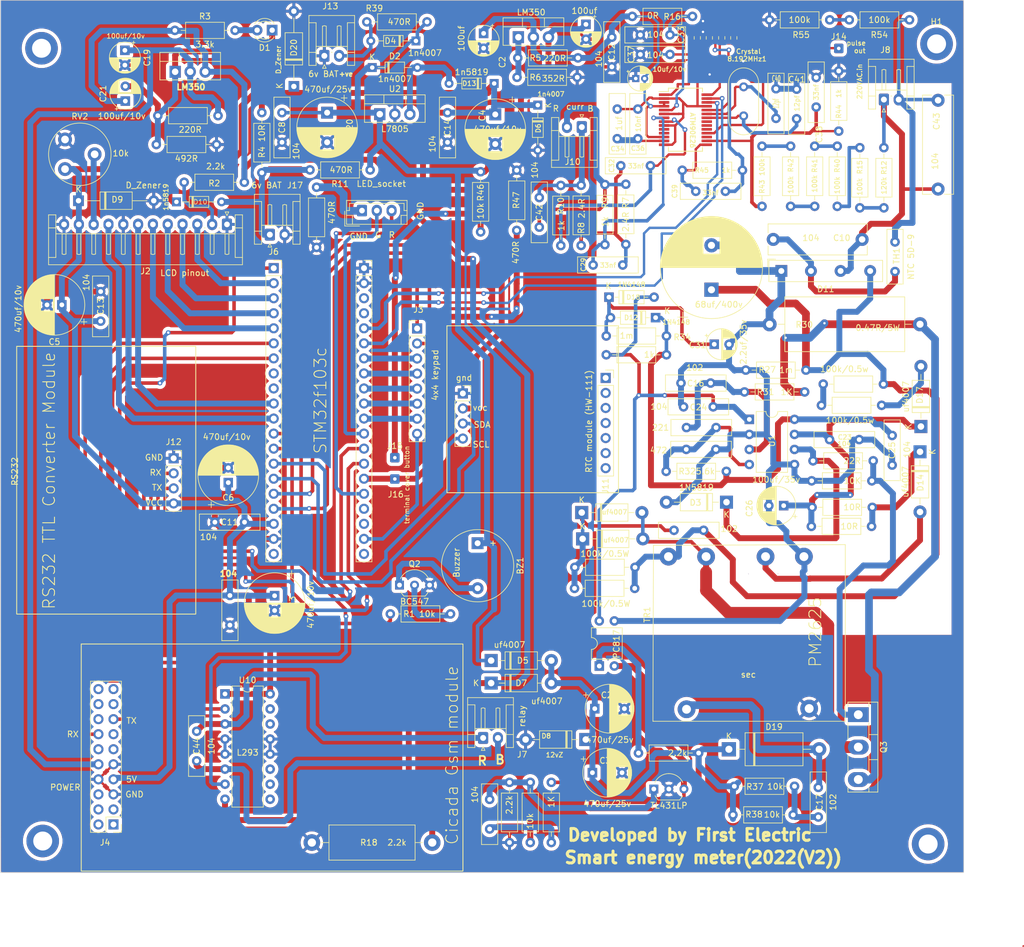
<source format=kicad_pcb>
(kicad_pcb (version 20221018) (generator pcbnew)
  (layers (0 "F.Cu" signal) (31 "B.Cu" signal) (34 "B.Paste" user) (35 "F.Paste" user) (36 "B.SilkS" user "B.Silkscreen") (37 "F.SilkS" user "F.Silkscreen") (38 "B.Mask" user) (39 "F.Mask" user) (44 "Edge.Cuts" user))
  (net 0 "")
  (net 1 "Net-(BZ1-+)")
  (net 2 "GND")
  (net 3 "+5V")
  (net 4 "Net-(D1-A)")
  (net 5 "Net-(D19-A)")
  (net 6 "Net-(J2-Pin_2)")
  (net 7 "Net-(J2-Pin_10)")
  (net 24 "12V_S")
  (net 26 "Net-(J3-Pin_3)")
  (net 27 "Net-(J3-Pin_4)")
  (net 28 "Net-(J3-Pin_5)")
  (net 29 "Net-(J3-Pin_6)")
  (net 30 "Net-(J3-Pin_7)")
  (net 38 "Net-(D11-+)")
  (net 39 "Net-(C7-Pad1)")
  (net 40 "Net-(U1-CS)")
  (net 41 "Net-(C17-Pad1)")
  (net 42 "Net-(D18-A)")
  (net 43 "Net-(D12-K)")
  (net 44 "Net-(D17-A)")
  (net 45 "Net-(D12-A)")
  (net 46 "Net-(D14-K)")
  (net 47 "Net-(D15-A)")
  (net 48 "Net-(U6-REF)")
  (net 49 "Net-(Q3-S)")
  (net 50 "Net-(R22-Pad1)")
  (net 51 "Net-(D14-A)")
  (net 52 "Net-(R36-Pad2)")
  (net 54 "Net-(D1-K)")
  (net 55 "Net-(U7-ADJ)")
  (net 59 "Net-(U8-VREF)")
  (net 60 "Net-(U8-VN)")
  (net 61 "Net-(U8-OSCO)")
  (net 62 "Net-(U8-OSCI)")
  (net 63 "Net-(R12-Pad2)")
  (net 64 "Net-(R40-Pad1)")
  (net 65 "Net-(R41-Pad2)")
  (net 66 "Net-(R42-Pad1)")
  (net 67 "Net-(J15-Pin_1)")
  (net 68 "+12V")
  (net 69 "LINE")
  (net 70 "+4V")
  (net 71 "Net-(C29-Pad2)")
  (net 72 "KPR1")
  (net 73 "KPR2")
  (net 74 "TX1")
  (net 75 "RX1")
  (net 76 "Tx3")
  (net 77 "Rx3")
  (net 78 "RX2")
  (net 79 "TX2")
  (net 80 "G_LED")
  (net 81 "R_LED")
  (net 82 "buz")
  (net 83 "NEUT")
  (net 84 "Net-(D11--)")
  (net 85 "Net-(Q3-G)")
  (net 86 "Net-(C10-Pad2)")
  (net 87 "Net-(U1-RC)")
  (net 88 "Net-(D17-K)")
  (net 89 "Net-(D15-K)")
  (net 90 "Net-(D3-K)")
  (net 91 "Net-(J7-Pin_1)")
  (net 92 "Net-(J9-Pin_1)")
  (net 93 "Net-(J10-Pin_1)")
  (net 94 "Net-(J10-Pin_2)")
  (net 95 "Net-(U6-K)")
  (net 96 "+3V3")
  (net 97 "I2P")
  (net 98 "I2N")
  (net 99 "AVDD")
  (net 100 "VP")
  (net 101 "Net-(J14-Pin_1)")
  (net 102 "mmd0")
  (net 103 "mmd1")
  (net 104 "KPR8")
  (net 105 "Net-(Q2-B)")
  (net 106 "SCl")
  (net 107 "SDA")
  (net 108 "REL_b")
  (net 109 "REL_a")
  (net 110 "Net-(J7-Pin_2)")
  (net 111 "Net-(R15-Pad1)")
  (net 112 "Net-(D19-K)")
  (net 113 "Net-(R54-Pad1)")
  (net 114 "Net-(D4-A)")
  (net 115 "Net-(J16-Pin_1)")
  (net 116 "D7")
  (net 117 "D6")
  (net 118 "D5")
  (net 119 "D4")
  (net 120 "RS")
  (net 121 "En")
  (net 133 "Net-(D13-A)")
  (net 134 "Net-(D10-A)")
  (footprint "Resistor_THT:R_Axial_DIN0207_L6.3mm_D2.5mm_P10.16mm_Horizontal" (layer "F.Cu") (at 138.263 79.0956)
    (fp_text reference "R31" hide)
    (fp_text value "1K")
  )
  (footprint "Capacitor_THT:C_Disc_D10.0mm_W2.5mm_P5.00mm" (layer "F.Cu") (at 51.4096 113.4764 -90)
    (fp_text reference "C15" hide)
    (fp_text value "104" hide)
  )
  (footprint "Resistor_THT:R_Axial_DIN0207_L6.3mm_D2.5mm_P10.16mm_Horizontal" (layer "F.Cu") (at 102.108 145.034 -90)
    (fp_text reference "R24" hide)
    (fp_text value "10k")
  )
  (footprint "Capacitor_THT:CP_Radial_D10.0mm_P5.00mm" (layer "F.Cu") (at 67.818 31.933 -90)
    (fp_text reference "C20")
    (fp_text value "470uf/25v")
  )
  (footprint "Connector_PinSocket_2.54mm:PinSocket_1x20_P2.54mm_Vertical" (layer "F.Cu") (at 58.801 58.1914)
    (fp_text reference "J6")
    (fp_text value " ")
  )
  (footprint "Capacitor_THT:CP_Radial_D6.3mm_P2.50mm" (layer "F.Cu") (at 144.8816 98.298 180)
    (fp_text reference "C26")
    (fp_text value "100uf/35v")
  )
  (footprint "Capacitor_THT:C_Disc_D10.0mm_W2.5mm_P5.00mm" (layer "F.Cu") (at 60.198 31.933 -90)
    (fp_text reference "C8")
    (fp_text value "104")
  )
  (footprint "Capacitor_THT:C_Disc_D9.0mm_W2.5mm_P5.00mm" (layer "F.Cu") (at 163.6776 53.761 -90)
    (fp_text reference "TH1")
    (fp_text value " ")
  )
  (footprint "Package_TO_SOT_THT:TO-218-3_Vertical" (layer "F.Cu") (at 157.48 133.604 -90)
    (fp_text reference "Q3")
    (fp_text value "IRF460")
  )
  (footprint "Diode_THT:D_DO-41_SOD81_P10.16mm_Horizontal" (layer "F.Cu") (at 95.504 128.27)
    (fp_text reference "D7")
    (fp_text value "uf4007")
  )
  (footprint "Diode_THT:D_DO-34_SOD68_P7.62mm_Horizontal" (layer "F.Cu") (at 42.38 47)
    (fp_text reference "D10" hide)
    (fp_text value "1n5819")
  )
  (footprint "Capacitor_THT:C_Disc_D10.0mm_W2.5mm_P5.00mm" (layer "F.Cu") (at 130.048 45.212)
    (fp_text reference "C39")
    (fp_text value "33nf")
  )
  (footprint "Resistor_THT:R_Axial_DIN0207_L6.3mm_D2.5mm_P10.16mm_Horizontal" (layer "F.Cu") (at 66.04 54.6862 90)
    (fp_text reference "R17" hide)
    (fp_text value "470R")
  )
  (footprint "Resistor_THT:R_Axial_DIN0207_L6.3mm_D2.5mm_P10.16mm_Horizontal" (layer "F.Cu") (at 161.798 37.846 -90)
    (fp_text reference "R12")
    (fp_text value "120k")
  )
  (footprint "Resistor_SMD:R_0603_1608Metric" (layer "F.Cu") (at 130.302 19.304 90)
    (fp_text reference "R50" hide)
    (fp_text value "0R" hide)
  )
  (footprint "MountingHole:MountingHole_3.2mm_M3_ISO14580_Pad_TopBottom" (layer "F.Cu") (at 169.2656 155.448)
    (fp_text reference "H3" hide)
    (fp_text value "MountingHole" hide)
  )
  (footprint "Package_TO_SOT_THT:TO-92_Inline_Wide" (layer "F.Cu") (at 122.9614 146.156)
    (fp_text reference "U6" hide)
    (fp_text value "TL431LP")
  )
  (footprint "Capacitor_THT:C_Disc_D10.0mm_W2.5mm_P5.00mm" (layer "F.Cu") (at 131.3688 102.4636 180)
    (fp_text reference "C27" hide)
    (fp_text value "102")
  )
  (footprint "Connector_JST:JST_EH_S2B-EH_1x02_P2.50mm_Horizontal" (layer "F.Cu") (at 67.35 22.3325)
    (fp_text reference "J13")
    (fp_text value "6v BAT")
  )
  (footprint "Diode_THT:D_DO-35_SOD27_P7.62mm_Horizontal" (layer "F.Cu") (at 123.2662 66.548 180)
    (fp_text reference "D12")
    (fp_text value "1N4148")
  )
  (footprint "Resistor_THT:R_Axial_DIN0207_L6.3mm_D2.5mm_P10.16mm_Horizontal" (layer "F.Cu") (at 127.762 41.656)
    (fp_text reference "R45")
    (fp_text value "1k")
  )
  (footprint "Package_TO_SOT_THT:TO-92_Inline_Wide" (layer "F.Cu") (at 80.0354 111.7136)
    (fp_text reference "Q2")
    (fp_text value "BC547")
  )
  (footprint "Connector_JST:JST_EH_S2B-EH_1x02_P2.50mm_Horizontal" (layer "F.Cu") (at 161.798 29.718)
    (fp_text reference "J8")
    (fp_text value "220VAC.in")
  )
  (footprint "Capacitor_THT:C_Disc_D10.0mm_W2.5mm_P5.00mm" (layer "F.Cu") (at 120.69 22.098)
    (fp_text reference "C37")
    (fp_text value "104")
  )
  (footprint "Resistor_THT:R_Axial_DIN0207_L6.3mm_D2.5mm_P10.16mm_Horizontal" (layer "F.Cu") (at 161.417 81.3562 180)
    (fp_text reference "R23" hide)
    (fp_text value "100k/0.5w")
  )
  (footprint "Resistor_THT:R_Axial_DIN0207_L6.3mm_D2.5mm_P10.16mm_Horizontal" (layer "F.Cu") (at 114.935 69.6468)
    (fp_text reference "R34")
    (fp_text value "1m")
  )
  (footprint "Potentiometer_THT:Potentiometer_Piher_PT-10-V05_Vertical" (layer "F.Cu") (at 23.575 41.4612)
    (fp_text reference "RV2")
    (fp_text value " 10k")
  )
  (footprint "Capacitor_THT:CP_Radial_D10.0mm_P2.50mm" (layer "F.Cu") (at 23.0378 64.389 180)
    (fp_text reference "C5")
    (fp_text value "470uf/10v")
  )
  (footprint "Connector_JST:JST_EH_S12B-EH_1x12_P2.50mm_Horizontal" (layer "F.Cu") (at 50.9124 50.8 180)
    (fp_text reference "J2")
    (fp_text value " LCD pinout")
  )
  (footprint "Transformer_THT:Transformer_CHK_EI30-2VA_2xSec" (layer "F.Cu") (at 146.3925 132.0555 90)
    (fp_text reference "TR1")
    (fp_text value "TRANSF3")
  )
  (footprint "Capacitor_THT:C_Disc_D10.0mm_W2.5mm_P5.00mm" (layer "F.Cu") (at 143.5862 32.893 90)
    (fp_text reference "C40")
    (fp_text value "12pf")
  )
  (footprint "Capacitor_THT:C_Disc_D10.0mm_W2.5mm_P5.00mm" (layer "F.Cu") (at 115.8748 19.1916 -90)
    (fp_text reference "C12")
    (fp_text value "104")
  )
  (footprint "Connector_JST:JST_EH_S2B-EH_1x02_P2.50mm_Horizontal" (layer "F.Cu") (at 58.15 52.5325)
    (fp_text reference "J17")
    (fp_text value "6v BAT")
  )
  (footprint "Resistor_THT:R_Axial_DIN0207_L6.3mm_D2.5mm_P10.16mm_Horizontal" (layer "F.Cu") (at 138.4808 75.4126)
    (fp_text reference "R27")
    (fp_text value "1m")
  )
  (footprint "Resistor_THT:R_Axial_DIN0207_L6.3mm_D2.5mm_P10.16mm_Horizontal" (layer "F.Cu") (at 136.5504 145.6944)
    (fp_text reference "R37")
    (fp_text value "10k")
  )
  (footprint "Capacitor_THT:CP_Radial_D5.0mm_P2.50mm" (layer "F.Cu") (at 133.160888 71.0438)
    (fp_text reference "C31")
    (fp_text value "2.2uf/35v")
  )
  (footprint "Capacitor_THT:C_Disc_D10.0mm_W2.5mm_P5.00mm" (layer "F.Cu") (at 117.388 40.894)
    (fp_text reference "C32")
    (fp_text value "33nf")
  )
  (footprint "Capacitor_THT:CP_Radial_D5.0mm_P2.50mm" (layer "F.Cu") (at 33.7566 29.972 90)
    (fp_text reference "C21")
    (fp_text value " 100uf/10v")
  )
  (footprint "Capacitor_THT:C_Disc_D10.0mm_W2.5mm_P5.00mm" (layer "F.Cu") (at 152.6286 87.1474)
    (fp_text reference "C23")
    (fp_text value "104")
  )
  (footprint "Capacitor_THT:C_Disc_D10.0mm_W2.5mm_P5.00mm" (layer "F.Cu") (at 150.368 30.988 90)
    (fp_text reference "C38")
    (fp_text value "33nf")
  )
  (footprint "Resistor_THT:R_Axial_DIN0207_L6.3mm_D2.5mm_P10.16mm_Horizontal" (layer "F.Cu") (at 98.6028 145.034 -90)
    (fp_text reference "R19" hide)
    (fp_text value "2.2k")
  )
  (footprint "Diode_THT:D_DO-41_SOD81_P10.16mm_Horizontal" (layer "F.Cu") (at 167.894 89.2048 -90)
    (fp_text reference "D14")
    (fp_text value "uf4007")
  )
  (footprint "Resistor_THT:R_Axial_DIN0207_L6.3mm_D2.5mm_P10.16mm_Horizontal" (layer "F.Cu") (at 99.822 41.656 -90)
    (fp_text reference "R47")
    (fp_text value "470R")
  )
  (footprint "Resistor_THT:R_Axial_DIN0207_L6.3mm_D2.5mm_P10.16mm_Horizontal" (layer "F.Cu") (at 141.224 47.752 90)
    (fp_text reference "R43")
    (fp_text value "100k")
  )
  (footprint "Connector_PinSocket_2.54mm:PinSocket_1x04_P2.54mm_Vertical" (layer "F.Cu") (at 41.91 90.307)
    (fp_text reference "J12")
    (fp_text value "RS232")
  )
  (footprint "MountingHole:MountingHole_3.2mm_M3_ISO14580_Pad_TopBottom" (layer "F.Cu") (at 19.812 154.94)
    (fp_text reference "H4" hide)
    (fp_text value "MountingHole" hide)
  )
  (footprint "Diode_THT:D_DO-41_SOD81_P10.16mm_Horizontal" (layer "F.Cu") (at 110.7948 99.4664)
    (fp_text reference "D16" hide)
    (fp_text value "uf4007")
  )
  (footprint "Resistor_THT:R_Axial_DIN0207_L6.3mm_D2.5mm_P10.16mm_Horizontal" (layer "F.Cu") (at 114.7064 44.069 -90)
    (fp_text reference "R9")
    (fp_text value "1k")
  )
  (footprint "Resistor_THT:R_Axial_DIN0207_L6.3mm_D2.5mm_P10.16mm_Horizontal" (layer "F.Cu") (at 99.9998 22.6822)
    (fp_text reference "R5")
    (fp_text value " 220R")
  )
  (footprint "Resistor_THT:R_Axial_DIN0207_L6.3mm_D2.5mm_P10.16mm_Horizontal" (layer "F.Cu") (at 130.5306 140.081 180)
    (fp_text reference "R36" hide)
    (fp_text value "2.2k")
  )
  (footprint "Diode_THT:D_DO-41_SOD81_P10.16mm_Horizontal" (layer "F.Cu") (at 111.48 137.8 180)
    (fp_text reference "D8")
    (fp_text value "12vZ")
  )
  (footprint "Capacitor_THT:CP_Radial_D4.0mm_P1.50mm" (layer "F.Cu") (at 119.912 26.162)
    (fp_text reference "C35" hide)
    (fp_text value "10uf/10v")
  )
  (footprint "MountingHole:MountingHole_3.2mm_M3_ISO14580_Pad_TopBottom" (layer "F.Cu") (at 170.688 20.32)
    (fp_text reference "H1")
    (fp_text value "MountingHole" hide)
  )
  (footprint "Resistor_THT:R_Axial_DIN0207_L6.3mm_D2.5mm_P10.16mm_Horizontal" (layer "F.Cu") (at 129.4892 15.6718 180)
    (fp_text reference "R16")
    (fp_text value "0R")
  )
  (footprint "Capacitor_THT:CP_Radial_D5.0mm_P2.50mm" (layer "F.Cu") (at 94.234 18.542 -90)
    (fp_text reference "C2")
    (fp_text value " 100uf")
  )
  (footprint "Connector_Wire:SolderWire-0.1sqmm_1x01_D0.4mm_OD1mm" (layer "F.Cu") (at 79.248 90.2)
    (fp_text reference "J15")
    (fp_text value "Conn_01x01" hide)
  )
  (footprint "Capacitor_THT:C_Rect_L16.5mm_W5.0mm_P15.00mm_MKT" (layer "F.Cu") (at 158.122 53.34 180)
    (fp_text reference "C10")
    (fp_text value " 104")
  )
  (footprint "Resistor_THT:R_Axial_DIN0207_L6.3mm_D2.5mm_P10.16mm_Horizontal" (layer "F.Cu") (at 149.606 94.107)
    (fp_text reference "R28" hide)
    (fp_text value "10K")
  )
  (footprint "Diode_THT:D_DO-34_SOD68_P7.62mm_Horizontal" (layer "F.Cu") (at 75.433 24.313)
    (fp_text reference "D2")
    (fp_text value "1n4007")
  )
  (footprint "Resistor_THT:R_Axial_DIN0207_L6.3mm_D2.5mm_P10.16mm_Horizontal" (layer "F.Cu") (at 157.734 37.846 -90)
    (fp_text reference "R15")
    (fp_text value "100k")
  )
  (footprint "Resistor_THT:R_Axial_DIN0207_L6.3mm_D2.5mm_P10.16mm_Horizontal" (layer "F.Cu") (at 105.664 155.194 90)
    (fp_text reference "R33" hide)
    (fp_text value "1K")
  )
  (footprint "Package_DIP:DIP-8_W7.62mm" (layer "F.Cu") (at 139.0858 83.7284)
    (fp_text reference "U1")
    (fp_text value "UC3843_DIP8" hide)
  )
  (footprint "Resistor_THT:R_Axial_DIN0207_L6.3mm_D2.5mm_P10.16mm_Horizontal" (layer "F.Cu") (at 78.486 116.586)
    (fp_text reference "R1")
    (fp_text value "10k")
  )
  (footprint "Capacitor_THT:C_Disc_D10.0mm_W2.5mm_P5.00mm" (layer "F.Cu") (at 53.8734 101.092 180)
    (fp_text reference "C11")
    (fp_text value "104")
  )
  (footprint "Diode_THT:D_A-405_P12.70mm_Horizontal" (layer "F.Cu") (at 25.85 46.8)
    (fp_text reference "D9")
    (fp_text value "D_Zener")
  )
  (footprint "Resistor_THT:R_Axial_DIN0614_L14.3mm_D5.7mm_P20.32mm_Horizontal" (layer "F.Cu") (at 65.24 155.2)
    (fp_text reference "R18")
    (fp_text value "2.2k")
  )
  (footprint "Capacitor_THT:CP_Radial_D10.0mm_P5.00mm" (layer "F.Cu") (at 96.2 32.232323 -90)
    (fp_text reference "C4")
    (fp_text value " 470uf/10v")
  )
  (footprint "Diode_THT:D_DO-34_SOD68_P7.62mm_Horizontal" (layer "F.Cu") (at 96.015 27 180)
    (fp_text reference "D13")
    (fp_text value "1n5819")
  )
  (footprint "Resistor_THT:R_Axial_DIN0207_L6.3mm_D2.5mm_P10.16mm_Horizontal" (layer "F.Cu") (at 149.8346 90.7288)
    (fp_text reference "R29" hide)
    (fp_text value "22R")
  )
  (footprint "Resistor_THT:R_Axial_DIN0207_L6.3mm_D2.5mm_P10.16mm_Horizontal" (layer "F.Cu") (at 119.7356 112.268 180)
    (fp_text reference "R20" hide)
    (fp_text value "100k/0.5W")
  )
  (footprint "Connector_JST:JST_EH_S2B-EH_1x02_P2.50mm_Horizontal" (layer "F.Cu") (at 94.15 137.5325)
    (fp_text reference "J7")
    (fp_text value " relay")
  )
  (footprint "Connector_Wire:SolderWire-0.1sqmm_1x01_D0.4mm_OD1mm" (layer "F.Cu") (at 79.248 93.8)
    (fp_text reference "J16")
    (fp_text value "Conn_01x01" hide)
  )
  (footprint "LED_THT:LED_D3.0mm_FlatTop" (layer "F.Cu") (at 58.54 18 180)
    (fp_text reference "D1")
    (fp_text value " ")
  )
  (footprint "Package_DIP:DIP-16_W7.62mm" (layer "F.Cu") (at 50.58 130.1)
    (fp_text reference "U10")
    (fp_text value "L293")
  )
  (footprint "Resistor_THT:R_Axial_DIN0207_L6.3mm_D2.5mm_P10.16mm_Horizontal" (layer "F.Cu") (at 42.12 18.034)
    (fp_text reference "R3")
    (fp_text value "3.3k")
  )
  (footprint "Capacitor_THT:CP_Radial_D10.0mm_P2.50mm" (layer "F.Cu") (at 58.9534 113.512523 -90)
    (fp_text reference "C3")
    (fp_text value "470uf/10v")
  )
  (footprint "Connector_JST:JST_EH_S2B-EH_1x02_P2.50mm_Horizontal" (layer "F.Cu") (at 110.8056 34.3662 180)
    (fp_text reference "J10")
    (fp_text value "curr")
  )
  (footprint "Capacitor_THT:C_Disc_D10.0mm_W2.5mm_P5.00mm" (layer "F.Cu") (at 45.8 141.4 90)
    (fp_text reference "C44")
    (fp_text value "104")
  )
  (footprint "Capacitor_THT:C_Disc_D10.0mm_W2.5mm_P5.00mm" (layer "F.Cu") (at 147.066 27.9654 -90)
    (fp_text reference "C41")
    (fp_text value "12pf")
  )
  (footprint "Connector_PinSocket_2.54mm:PinSocket_1x07_P2.54mm_Vertical" (layer "F.Cu") (at 114.833 76.728)
    (fp_text reference "J11")
    (fp_text value " ")
  )
  (footprint "Resistor_THT:R_Axial_DIN0207_L6.3mm_D2.5mm_P10.16mm_Horizontal" (layer "F.Cu") (at 56.8 31.92 -90)
    (fp_text reference "R4")
    (fp_text value "10R")
  )
  (footprint "Capacitor_THT:C_Disc_D10.0mm_W2.5mm_P5.00mm" (layer "F.Cu") (at 128.437 88.7984)
    (fp_text reference "C22" hide)
    (fp_text value "472")
  )
  (footprint "Resistor_THT:R_Axial_DIN0207_L6.3mm_D2.5mm_P10.16mm_Horizontal" (layer "F.Cu") (at 155.956 16.256)
    (fp_text reference "R54")
    (fp_text value "100k")
  )
  (footprint "Diode_THT:D_DO-41_SOD81_P10.16mm_Horizontal" (layer "F.Cu") (at 168.0464 84.9376 90)
    (fp_text reference "D17")
    (fp_text value "uf4007")
  )
  (footprint "Resistor_THT:R_Axial_DIN0207_L6.3mm_D2.5mm_P10.16mm_Horizontal" (layer "F.Cu") (at 150.114 37.592 -90)
    (fp_text reference "R41")
    (fp_text value "100k")
  )
  (footprint "Diode_THT:D_DO-41_SOD81_P10.16mm_Horizontal" (layer "F.Cu") (at 135.2296 97.7138 180)
    (fp_text reference "D3")
    (fp_text value "1N5819")
  )
  (footprint "Resistor_SMD:R_0603_1608Metric" (layer "F.Cu") (at 136.461 19.304 90)
    (fp_text reference "R51" hide)
    (fp_text value "0R" hide)
  )
  (footprint "MountingHole:MountingHole_3.2mm_M3_ISO14580_Pad_TopBottom" (layer "F.Cu") (at 19.6088 21.0566)
    (fp_text reference "H1" hide)
    (fp_text value "MountingHole" hide)
  )
  (footprint "Package_DIP:DIP-4_W7.62mm" (layer "F.Cu") (at 113.7616 125.3898 90)
    (fp_text reference "U4" hide)
    (fp_text value "PC817")
  )
  (footprint "Capacitor_THT:C_Disc_D10.0mm_W2.5mm_P5.00mm" (layer "F.Cu") (at 116.7892 36.322 90)
    (fp_text reference "C34")
    (fp_text value "1uf")
  )
  (footprint "Package_TO_SOT_THT:TO-220-3_Vertical" (layer "F.Cu") (at 42.164 25.0242)
    (fp_text reference "U5" hide)
    (fp_text value "LM350 " hide)
  )
  (footprint "Crystal:Crystal_HC18-U_Vertical" (layer "F.Cu") (at 138.1252 27.5728 -90)
    (fp_text reference "8.192MHz1")
    (fp_text value "Crystal")
  )
  (footprint "Resistor_THT:R_Axial_DIN0207_L6.3mm_D2.5mm_P10.16mm_Horizontal" (layer "F.Cu") (at 125.0442 92.5068)
    (fp_text reference "R32" hide)
    (fp_text value "5.6k")
  )
  (footprint "Package_SO:SSOP-28_5.3x10.2mm_P0.65mm" (layer "F.Cu") (at 128.2954 33.1216)
    (fp_text reference "U8" hide)
    (fp_text value "ATM90E26" hide)
  )
  (footprint "Resistor_THT:R_Axial_DIN0207_L6.3mm_D2.5mm_P10.16mm_Horizontal" (layer "F.Cu") (at 38.989 37.3126)
    (fp_text reference "R14" hide)
    (fp_text value "492R")
  )
  (footprint "Capacitor_THT:C_Disc_D10.0mm_W2.5mm_P5.00mm" (layer "F.Cu") (at 125.69 18.796 180)
    (fp_text reference "C33")
    (fp_text value "104")
  )
  (footprint "Capacitor_THT:C_Disc_D10.0mm_W2.5mm_P5.00mm" (layer "F.Cu") (at 127.9798 81.6102)
    (fp_text reference "C24")
    (fp_text value "104")
  )
  (footprint "Resistor_THT:R_Axial_DIN0207_L6.3mm_D2.5mm_P10.16mm_Horizontal" (layer "F.Cu") (at 107.2642 44.2214 -90)
    (fp_text reference "R10")
    (fp_text value "1k")
  )
  (footprint "Capacitor_THT:C_Disc_D10.0mm_W2.5mm_P5.00mm" (layer "F.Cu") (at 150.7236 150.8868 90)
    (fp_text reference "C17")
    (fp_text value "102")
  )
  (footprint "Diode_THT:D_DO-41_SOD81_P10.16mm_Horizontal" (layer "F.Cu") (at 110.9472 103.9114)
    (fp_text reference "D15" hide)
    (fp_text value "uf4007")
  )
  (footprint "Capacitor_THT:C_Disc_D10.0mm_W2.5mm_P5.00mm" (layer "F.Cu") (at 112.7144 57.658)
    (fp_text reference "C29")
    (fp_text value "33nf")
  )
  (footprint "Capacitor_THT:C_Disc_D10.0mm_W2.5mm_P5.00mm" (layer "F.Cu") (at 163.195 86.4508 -90)
    (fp_text reference "C25")
    (fp_text value "104")
  )
  (footprint "Resistor_THT:R_Axial_DIN0207_L6.3mm_D2.5mm_P10.16mm_Horizontal" (layer "F.Cu") (at 149.6822 98.5901)
    (fp_text reference "R25" hide)
    (fp_text value "10R")
  )
  (footprint "Connector_JST:JST_EH_B3B-EH-A_1x03_P2.50mm_Vertical" (layer "F.Cu") (at 73.7 48.468)
    (fp_text reference "J9" hide)
    (fp_text value "LED_socket")
  )
  (footprint "Resistor_THT:R_Axial_DIN0207_L6.3mm_D2.5mm_P10.16mm_Horizontal" (layer "F.Cu") (at 152.654 16.256 180)
    (fp_text reference "R55")
    (fp_text value "100k")
  )
  (footprint "Resistor_THT:R_Axial_DIN0922_L20.0mm_D9.0mm_P25.40mm_Horizontal" (layer "F.Cu") (at 142.494 67.6656)
    (fp_text reference "R30")
    (fp_text value "0.47R/5W")
  )
  (footprint "Resistor_THT:R_Axial_DIN0207_L6.3mm_D2.5mm_P10.16mm_Horizontal" (layer "F.Cu") (at 99.8728 25.9588)
    (fp_text reference "R6")
    (fp_text value "352R")
  )
  (footprint "Capacitor_THT:CP_Radial_D8.0mm_P5.00mm" (layer "F.Cu") (at 112.597349 143.4)
    (fp_text reference "C30")
    (fp_text value "470uf/25v")
  )
  (footprint "Resistor_THT:R_Axial_DIN0207_L6.3mm_D2.5mm_P10.16mm_Horizontal" (layer "F.Cu") (at 159.7152 101.8 180)
    (fp_text reference "R26" hide)
    (fp_text value "10R")
  )
  (footprint "Package_TO_SOT_THT:TO-220-3_Vertical" (layer "F.Cu") (at 100.1014 19.1822)
    (fp_text reference "U7" hide)
    (fp_text value "LM350 ")
  )
  (footprint "Capacitor_THT:CP_Radial_D5.0mm_P2.50mm" (layer "F.Cu") (at 33.6804 21.400801 -90)
    (fp_text reference "C19")
    (fp_text value " ")
  )
  (footprint "Package_TO_SOT_THT:TO-220-3_Vertical" (layer "F.Cu") (at 76.708 32.187)
    (fp_text reference "U2")
    (fp_text value "L7805")
  )
  (footprint "Diode_THT:D_DO-34_SOD68_P7.62mm_Horizontal" (layer "F.Cu") (at 103.378 30.658 -90)
    (fp_text reference "D6")
    (fp_text value "1n4148" hide)
  )
  (footprint "Connector_PinHeader_2.54mm:PinHeader_2x10_P2.54mm_Vertical" (layer "F.Cu") (at 31.755 152.141 180)
    (fp_text reference "J4")
    (fp_text value "Cicada GSM module" hide)
  )
  (footprint "Resistor_SMD:R_0603_1608Metric" (layer "F.Cu") (at 134.429 19.304 90)
    (fp_text reference "R48" hide)
    (fp_text value "0R" hide)
  )
  (footprint "Resistor_THT:R_Axial_DIN0207_L6.3mm_D2.5mm_P10.16mm_Horizontal" (layer "F.Cu") (at 93.726 41.91 -90)
    (fp_text reference "R46")
    (fp_text value "10k")
  )
  (footprint "Resistor_SMD:R_0603_1608Metric" (layer "F.Cu") (at 132.334 19.304 90)
    (fp_text reference "R49" hide)
    (fp_text value "0R" hide)
  )
  (footprint "Resistor_THT:R_Axial_DIN0207_L6.3mm_D2.5mm_P10.16mm_Horizontal" (layer "F.Cu") (at 136.3218 150.5204)
    (fp_text reference "R38")
    (fp_text value "10k")
  )
  (footprint "Capacitor_THT:CP_Radial_D5.0mm_P2.50mm" (layer "F.Cu") (at 111.506 17.018 -90)
    (fp_text reference "C1" hide)
    (fp_text value "100uf")
  )
  (footprint "Capacitor_THT:CP_Radial_D10.0mm_P2.50mm" (layer "F.Cu") (at 51.1302 94.411877 90)
    (fp_text reference "C6")
    (fp_text value "470uf/10v")
  )
  (footprint "Connector_Wire:SolderWire-0.1sqmm_1x01_D0.4mm_OD1mm" (layer "F.Cu") (at 154.178 21.082)
    (fp_text reference "J14")
    (fp_text value "Conn_01x01" hide)
  )
  (footprint "Resistor_THT:R_Axial_DIN0207_L6.3mm_D2.5mm_P10.16mm_Horizontal" (layer "F.Cu") (at 118.237 44.0182 -90)
    (fp_text reference "R7")
    (fp_text value "2.4R")
  )
  (footprint "Diode_THT:Diode_Bridge_19.0x3.5x10.0mm_P5.0mm" (layer "F.Cu") (at 144.4853 58.6661)
    (fp_text reference "D11")
    (fp_text value " ")
  )
  (footprint "Resistor_THT:R_Axial_DIN0207_L6.3mm_D2.5mm_P10.16mm_Horizontal" (layer "F.Cu") (at 110.6932 54.356 90)
    (fp_text reference "R8")
    (fp_text value " 2.4R")
  )
  (footprint "Capacitor_THT:C_Disc_D10.0mm_W2.5mm_P5.00mm" (layer "F.Cu") (at 88.138 31.933 -90)
    (fp_text reference "C14" hide)
    (fp_text value " 104")
  )
  (footprint "Diode_THT:D_DO-34_SOD68_P7.62mm_Horizontal" (layer "F.Cu") (at 82.809 19.812 180)
    (fp_text reference "D4")
    (fp_text value "1n4007")
  )
  (footprint "Capacitor_THT:C_Disc_D10.0mm_W2.5mm_P5.00mm" (layer "F.Cu") (at 128.4732 85.1154)
    (fp_text reference "C18" hide)
    (fp_text value "221")
  )
  (footprint "Connector_PinHeader_2.54mm:PinHeader_1x08_P2.54mm_Vertical" (layer "F.Cu") (at 83.0072 68.3768)
    (fp_text reference "J3")
    (fp_text value "4x4 keypad")
  )
  (footprint "Diode_THT:D_DO-35_SOD27_P7.62mm_Horizontal" (layer "F.Cu") (at 115.3922 63.0936)
    (fp_text reference "D18" hide)
    (fp_text value "1N4148")
  )
  (footprint "Diode_THT:D_DO-41_SOD81_P10.16mm_Horizontal" (layer "F.Cu") (at 95.504 124.46)
    (fp_text reference "D5")
    (fp_text value "uf4007")
  )
  (footprint "Diode_THT:D_A-405_P12.70mm_Horizontal" (layer "F.Cu") (at 62.2 27.5 90)
    (fp_text reference "D20")
    (fp_text value "D_Zener")
  )
  (footprint "Resistor_THT:R_Axial_DIN0207_L6.3mm_D2.5mm_P10.16mm_Horizontal" (layer "F.Cu") (at 114.935 72.8218)
    (fp_text reference "R35" hide)
    (fp_text value "1k")
  )
  (footprint "Capacitor_THT:C_Disc_D10.0mm_W2.5mm_P5.00mm" (layer "F.Cu") (at 29.591 67.143 90)
    (fp_text reference "C13")
    (fp_text value " 104")
  )
  (footprint "Capacitor_THT:CP_Radial_D17.0mm_P7.50mm" (layer "F.Cu") (at 132.6896 61.839067 90)
    (fp_text reference "C9" hide)
    (fp_text value " 68uf/400v")
  )
  (footprint "Resistor_THT:R_Axial_DIN0207_L6.3mm_D2.5mm_P10.16mm_Horizontal" (layer "F.Cu") (at 43.688 43.688)
    (fp_text reference "R2")
    (fp_text value "2.2k")
  )
  (footprint "Resistor_THT:R_Axial_DIN0207_L6.3mm_D2.5mm_P10.16mm_Horizontal" (layer "F.Cu") (at 39.243 32.4358)
    (fp_text reference "R13" hide)
    (fp_text value " 220R")
  )
  (footprint "Capacitor_THT:C_Disc_D10.0mm_W2.5mm_P5.00mm" (layer "F.Cu") (at 95.25 152.908 90)
    (fp_text reference "C7" hide)
    (fp_text value "104")
  )
  (footprint "Resistor_THT:R_Axial_DIN0207_L6.3mm_D2.5mm_P10.16mm_Horizontal" (layer "F.Cu") (at 153.924 37.592 -90)
    (fp_text reference "R40")
    (fp_text value "100k")
  )
  (footprint "Capacitor_THT:C_Disc_D10.0mm_W2.5mm_P5.00mm" (layer "F.Cu") (at 127.548 77.597)
    (fp_text reference "C16")
    (fp_text value "102")
  )
  (footprint "Resistor_THT:R_Axial_DIN0207_L6.3mm_D2.5mm_P10.16mm_Horizontal" (layer "F.Cu") (at 119.7864 108.712 180)
    (fp_text reference "R21" hide)
    (fp_text value "100k/0.5W")
  )
  (footprint "Buzzer_Beeper:Buzzer_12x9.5RM7.6" (layer "F.Cu") (at 93.218 104.648 -90)
    (fp_text reference "BZ1")
    (fp_text value "Buzzer")
  )
  (footprint "Resistor_THT:R_Axial_DIN0207_L6.3mm_D2.5mm_P10.16mm_Horizontal" (layer "F.Cu") (at 151.5618 77.7748)
    (fp_text reference "R22" hide)
    (fp_text value "100k/0.5w")
  )
  (footprint "Resistor_THT:R_Axial_DIN0207_L6.3mm_D2.5mm_P10.16mm_Horizontal" (layer "F.Cu") (at 154.178 35.052 90)
    (fp_text reference "R44")
    (fp_text value "1k")
  )
  (footprint "Capacitor_THT:C_Disc_D10.0mm_W2.5mm_P5.00mm" (layer "F.Cu") (at 103.632 51.268 90)
    (fp_text reference "C42")
    (fp_text value "104")
  )
  (footprint "Connector_PinSocket_2.54mm:PinSocket_1x04_P2.54mm_Vertical" (layer "F.Cu") (at 90.7288 79.3496)
    (fp_text reference "J1" hide)
    (fp_text value "RTC")
  )
  (footprint "Resistor_THT:R_Axial_DIN0207_L6.3mm_D2.5mm_P10.16mm_Horizontal" (layer "F.Cu") (at 75.08 41.6 180)
    (fp_text reference "R11")
    (fp_text value " 470R")
  )
  (footprint "Capacitor_THT:C_Disc_D10.0mm_W2.5mm_P5.00mm" (layer "F.Cu") (at 120.269 36.322 90)
    (fp_text reference "C36")
    (fp_text value "10nf")
  )
  (footprint "Resistor_THT:R_Axial_DIN0207_L6.3mm_D2.5mm_P10.16mm_Horizontal" (layer "F.Cu") (at 146.05 37.592 -90)
    (fp_text reference "R42")
    (fp_text value "100k")
  )
  (footprint "Diode_THT:D_DO-27_P15.24mm_Horizontal" (layer "F.Cu") (at 135.636 139.446)
    (fp_text reference "D19")
    (fp_text value "SR560")
  )
  (footprint "Capacitor_THT:CP_Radial_D8.0mm_P5.00mm" (layer "F.Cu") (at 112.997349 132.588)
    (fp_text reference "C28")
    (fp_text value "470uf/25v")
  )
  (footprint "Resistor_THT:R_Axial_DIN0207_L6.3mm_D2.5mm_P10.16mm_Horizontal" (layer "F.Cu") (at 74.52 16.6)
    (fp_text reference "R39")
    (fp_text value " 470R")
  )
  (footprint "Connector_PinSocket_2.54mm:PinSocket_1x20_P2.54mm_Vertical" (layer "F.Cu") (at 74.041 58.1914)
    (fp_text reference "J5" hide)
    (fp_text value " ")
  )
  (footprint "Capacitor_THT:C_Rect_L16.5mm_W5.0mm_P15.00mm_MKT" (layer "F.Cu") (at 170.942 29.838 -90)
    (fp_text reference "C43")
    (fp_text value " 104")
  )
  (gr_arc (start 185.3692 172.72) (mid 185.3692 172.72) (end 185.3692 172.72) (stroke (width 0.2)) (layer "F.Cu"))
  (gr_rect (start 88.0364 67.9196) (end 116.9924 96.1136) (stroke (width 0.15)) (fill none) (layer "F.SilkS"))
  (gr_rect (start 26.3144 121.666) (end 90.7384 160.02) (stroke (width 0.15)) (fill none) (layer "F.SilkS"))
  (gr_rect (start 15.4178 71.3994) (end 45.6438 116.6114) (stroke (width 0.15)) (fill none) (layer "F.SilkS"))
  (gr_rect (start 12.7 12.954) (end 175.26 160.274) (stroke (width 0.1)) (fill none) (layer "Edge.Cuts"))
  (gr_text "RTC module (HW-111)" (at 112.014 84.074 90) (layer "F.SilkS") (effects (font (size 1 1))))
  (gr_text "100uf/10v" (at 33.8074 18.9992) (layer "F.SilkS") (effects (font (size 0.8 0.8) (thickness 0.125) bold)))
  (gr_text "5V" (at 34.798 144.526) (layer "F.SilkS") (effects (font (size 1 1))))
  (gr_text "GND" (at 35.306 147.066) (layer "F.SilkS") (effects (font (size 1 1))))
  (gr_text "STM32f103c" (at 66.68 80.5384 90) (layer "F.SilkS") (effects (font (size 2 2))))
  (gr_text "R" (at 78.74 52.578) (layer "F.SilkS") (effects (font (size 1 1))))
  (gr_text "SDA" (at 93.98 84.6328) (layer "F.SilkS") (effects (font (size 1 1))))
  (gr_text "vcc" (at 93.6498 81.7626) (layer "F.SilkS") (effects (font (size 1 1))))
  (gr_text "RS232 TTL Converter Module" (at 20.8788 94.0962 90) (layer "F.SilkS") (effects (font (size 2 2))))
  (gr_text "+ve" (at 71 25.4) (layer "F.SilkS") (effects (font (size 0.8 0.8) (thickness 0.2) bold)))
  (gr_text "LM350" (at 44.831 27.6098) (layer "F.SilkS") (effects (font (size 1 1) (thickness 0.25) bold)))
  (gr_text "SCL" (at 93.8022 87.9602) (layer "F.SilkS") (effects (font (size 1 1))))
  (gr_text "TX" (at 39.116 95.25) (layer "F.SilkS") (effects (font (size 1 1))))
  (gr_text "terminal cover button" (at 81.28 94.8 90) (layer "F.SilkS") (effects (font (size 0.8 0.8) (thickness 0.125) bold)))
  (gr_text "104" (at 51.1556 109.7788) (layer "F.SilkS") (effects (font (size 1 1) (thickness 0.25) bold)))
  (gr_text "R" (at 94 141.4) (layer "F.SilkS") (effects (font (size 1.5 1.5) (thickness 0.3) bold)))
  (gr_text "TX" (at 34.798 134.62) (layer "F.SilkS") (effects (font (size 1 1))))
  (gr_text "Cicada Gsm module" (at 88.9 140.462 90) (layer "F.SilkS") (effects (font (size 2 2))))
  (gr_text "Developed by First Electric\n" (at 129.032 153.924) (layer "F.SilkS") (effects (font (size 2 2) (thickness 0.5) bold)))
  (gr_text "PM2625" (at 150.2156 119.6594 90) (layer "F.SilkS") (effects (font (size 2 2))))
  (gr_text "GND" (at 83.566 48.514 90) (layer "F.SilkS") (effects (font (size 1 1))))
  (gr_text "B\n" (at 112.268 31.242) (layer "F.SilkS") (effects (font (size 1 1))))
  (gr_text "POWER" (at 23.622 145.8722) (layer "F.SilkS") (effects (font (size 1 1))))
  (gr_text "VCC" (at 38.608 97.79) (layer "F.SilkS") (effects (font (size 1 1))))
  (gr_text "1n4007" (at 105.6 28.8) (layer "F.SilkS") (effects (font (size 0.8 0.8))))
  (gr_text "B" (at 97 141.2) (layer "F.SilkS") (effects (font (size 1.5 1.5) (thickness 0.3) bold)))
  (gr_text "pulse  \nout" (at 157.734 20.828) (layer "F.SilkS") (effects (font (size 0.8 0.8))))
  (gr_text "ATM90E26\n" (at 129.032 31.8262 -90) (layer "F.SilkS") (effects (font (size 0.8 0.8) (thickness 0.16256)) (justify left bottom)))
  (gr_text "RX" (at 24.892 136.906) (layer "F.SilkS") (effects (font (size 1 1))))
  (gr_text "GND" (at 38.608 90.17) (layer "F.SilkS") (effects (font (size 1 1))))
  (gr_text "gnd" (at 90.932 76.708) (layer "F.SilkS") (effects (font (size 1 1))))
  (gr_text "Smart energy meter(2022(V2))" (at 131.318 157.734) (layer "F.SilkS") (effects (font (size 2 2) (thickness 0.5) bold)))
  (gr_text "G" (at 76.454 52.578) (layer "F.SilkS") (effects (font (size 1 1))))
  (gr_text "RX" (at 38.862 92.71) (layer "F.SilkS") (effects (font (size 1 1))))
  (gr_text "R\n" (at 106.426 31.242) (layer "F.SilkS") (effects (font (size 1 1))))
  (gr_text "GND" (at 73.152 52.832) (layer "F.SilkS") (effects (font (size 1 1))))
  (segment (start 79.9592 111.6374) (end 80.0354 111.7136) (width 1) (layer "B.Cu") (net 1))
  (segment (start 85.5472 108.1024) (end 80.5942 108.1024) (width 1) (layer "B.Cu") (net 1))
  (segment (start 93.218 112.248) (end 89.6928 112.248) (width 1) (layer "B.Cu") (net 1))
  (segment (start 79.9592 108.7374) (end 79.9592 111.6374) (width 1) (layer "B.Cu") (net 1))
  (segment (start 89.6928 112.248) (end 85.5472 108.1024) (width 1) (layer "B.Cu") (net 1))
  (segment (start 80.5942 108.1024) (end 79.9592 108.7374) (width 1) (layer "B.Cu") (net 1))
  (segment (start 111.506 19.518) (end 113.244 19.518) (width 0.6) (layer "F.Cu") (net 2))
  (segment (start 124.6954 37.3466) (end 126.0516 37.3466) (width 0.4) (layer "F.Cu") (net 2))
  (segment (start 114.1076 24.1916) (end 115.8748 24.1916) (width 0.6) (layer "F.Cu") (net 2))
  (segment (start 33.6804 23.900801) (end 35.330801 23.900801) (width 0.6) (layer "F.Cu") (net 2))
  (segment (start 127.254 29.5148) (end 126.9238 29.5148) (width 0.4) (layer "F.Cu") (net 2))
  (segment (start 122.6058 29.3878) (end 122.2032 29.3878) (width 0.4) (layer "F.Cu") (net 2))
  (segment (start 122.2032 29.3878) (end 120.269 31.322) (width 0.4) (layer "F.Cu") (net 2))
  (segment (start 127.1622 32.1466) (end 127.1778 32.131) (width 0.4) (layer "F.Cu") (net 2))
  (segment (start 43.942 28.702) (end 44.958 29.718) (width 0.6) (layer "F.Cu") (net 2))
  (segment (start 20.5378 64.389) (end 20.5378 63.2822) (width 1) (layer "F.Cu") (net 2))
  (segment (start 124.6954 34.0966) (end 124.669911 34.071111) (width 0.4) (layer "F.Cu") (net 2))
  (segment (start 126.9238 29.5148) (end 126.892 29.5466) (width 0.4) (layer "F.Cu") (net 2))
  (segment (start 124.6954 32.1466) (end 124.0888 32.1466) (width 0.4) (layer "F.Cu") (net 2))
  (segment (start 126.5682 34.1122) (end 126.5526 34.0966) (width 0.4) (layer "F.Cu") (net 2))
  (segment (start 40.132 28.702) (end 43.942 28.702) (width 0.6) (layer "F.Cu") (net 2))
  (segment (start 114.046 20.32) (end 114.046 24.13) (width 0.6) (layer "F.Cu") (net 2))
  (segment (start 50.5714 103.9114) (end 50.546 103.886) (width 1) (layer "F.Cu") (net 2))
  (segment (start 126.5682 36.83) (end 126.5682 34.1122) (width 0.4) (layer "F.Cu") (net 2))
  (segment (start 126.892 29.5466) (end 124.6954 29.5466) (width 0.4) (layer "F.Cu") (net 2))
  (segment (start 124.669911 34.071111) (end 124.0028 34.071111) (width 0.4) (layer "F.Cu") (net 2))
  (segment (start 138.049 19.431) (end 138.049 23.241) (width 0.4) (layer "F.Cu") (net 2))
  (segment (start 44.958 36.83) (end 45.4406 37.3126) (width 0.6) (layer "F.Cu") (net 2))
  (segment (start 126.0516 37.3466) (end 126.5682 36.83) (width 0.4) (layer "F.Cu") (net 2))
  (segment (start 126.5526 34.0966) (end 124.6954 34.0966) (width 0.4) (layer "F.Cu") (net 2))
  (segment (start 130.3384 30.8466) (end 128.5858 30.8466) (width 0.4) (layer "F.Cu") (net 2))
  (segment (start 128.5858 30.8466) (end 127.254 29.5148) (width 0.4) (layer "F.Cu") (net 2))
  (segment (start 50.546 102.7646) (end 48.8734 101.092) (width 1) (layer "F.Cu") (net 2))
  (segment (start 51.1302 91.911877) (end 49.058123 91.911877) (width 1) (layer "F.Cu") (net 2))
  (segment (start 20.5378 63.2822) (end 21.59 62.23) (width 1) (layer "F.Cu") (net 2))
  (segment (start 127.9144 30.1752) (end 127.9144 32.131) (width 0.4) (layer "F.Cu") (net 2))
  (segment (start 122.7646 29.5466) (end 122.6058 29.3878) (width 0.4) (layer "F.Cu") (net 2))
  (segment (start 114.046 24.13) (end 114.1076 24.1916) (width 0.6) (layer "F.Cu") (net 2))
  (segment (start 130.3384 25.9478) (end 130.81 25.4762) (width 0.4) (layer "F.Cu") (net 2))
  (segment (start 130.81 25.4762) (end 132.3848 25.4762) (width 0.4) (layer "F.Cu") (net 2))
  (segment (start 58.801 103.9114) (end 50.5714 103.9114) (width 1) (layer "F.Cu") (net 2))
  (segment (start 135.3445 16.4725) (end 136.461 17.589) (width 0.4) (layer "F.Cu") (net 2))
  (segment (start 127.1778 32.131) (end 127.9144 32.131) (width 0.4) (layer "F.Cu") (net 2))
  (segment (start 124.079 32.1564) (end 124.0888 32.1466) (width 0.4) (layer "F.Cu") (net 2))
  (segment (start 131.318 18.288) (end 131.2595 18.288) (width 0.4) (layer "F.Cu") (net 2))
  (segment (start 50.546 103.886) (end 50.546 102.7646) (width 1) (layer "F.Cu") (net 2))
  (segment (start 45.4406 37.3126) (end 49.149 37.3126) (width 0.6) (layer "F.Cu") (net 2))
  (segment (start 44.958 29.718) (end 44.958 36.83) (width 0.6) (layer "F.Cu") (net 2))
  (segment (start 124.6954 29.5466) (end 122.7646 29.5466) (width 0.4) (layer "F.Cu") (net 2))
  (segment (start 120.269 31.322) (end 116.7892 31.322) (width 0.4) (layer "F.Cu") (net 2))
  (segment (start 130.302 18.479) (end 131.127 18.479) (width 0.4) (layer "F.Cu") (net 2))
  (segment (start 21.757 62.143) (end 29.591 62.143) (width 1) (layer "F.Cu") (net 2))
  (segment (start 136.461 18.479) (end 137.097 18.479) (width 0.4) (layer "F.Cu") (net 2))
  (segment (start 49.058123 91.911877) (end 48.8734 92.0966) (width 1) (layer "F.Cu") (net 2))
  (segment (start 124.6954 32.1466) (end 127.1622 32.1466) (width 0.4) (layer "F.Cu") (net 2))
  (segment (start 113.244 19.518) (end 114.046 20.32) (width 0.6) (layer "F.Cu") (net 2))
  (segment (start 127.9144 32.131) (end 127.9144 32.766) (width 0.4) (layer "F.Cu") (net 2))
  (segment (start 48.8734 92.0966) (end 48.8734 101.092) (width 1) (layer "F.Cu") (net 2))
  (segment (start 131.8954 30.8466) (end 130.3384 30.8466) (width 0.4) (layer "F.Cu") (net 2))
  (segment (start 127.9144 32.766) (end 126.5682 34.1122) (width 0.4) (layer "F.Cu") (net 2))
  (segment (start 136.461 17.589) (end 136.461 18.479) (width 0.4) (layer "F.Cu") (net 2))
  (segment (start 131.2595 16.4725) (end 135.3445 16.4725) (width 0.4) (layer "F.Cu") (net 2))
  (segment (start 35.330801 23.900801) (end 40.132 28.702) (width 0.6) (layer "F.Cu") (net 2))
  (segment (start 29.215 144.521) (end 31.755 147.061) (width 0.4) (layer "F.Cu") (net 2))
  (segment (start 137.097 18.479) (end 138.049 19.431) (width 0.4) (layer "F.Cu") (net 2))
  (segment (start 130.3384 30.8466) (end 130.3384 25.9478) (width 0.4) (layer "F.Cu") (net 2))
  (segment (start 131.127 18.479) (end 131.318 18.288) (width 0.4) (layer "F.Cu") (net 2))
  (segment (start 29.215 144.521) (end 31.755 141.981) (width 0.4) (layer "F.Cu") (net 2))
  (via (at 132.3848 25.4762) (size 0.8) (drill 0.4) (layers "F.Cu" "B.Cu") (net 2))
  (via (at 131.2595 16.4725) (size 0.8) (drill 0.4) (layers "F.Cu" "B.Cu") (net 2))
  (via (at 131.2595 18.288) (size 0.8) (drill 0.4) (layers "F.Cu" "B.Cu") (net 2))
  (via (at 138.049 23.241) (size 0.8) (drill 0.4) (layers "F.Cu" "B.Cu") (net 2))
  (segment (start 134.3152 25.4762) (end 132.3848 25.4762) (width 0.6) (layer "B.Cu") (net 2))
  (segment (start 131.2595 18.288) (end 131.2595 16.5685) (width 0.4) (layer "B.Cu") (net 2))
  (segment (start 134.3152 24.257) (end 135.3312 23.241) (width 0.6) (layer "B.Cu") (net 2))
  (segment (start 135.3312 23.241) (end 136.9822 23.241) (width 0.6) (layer "B.Cu") (net 2))
  (segment (start 131.2595 16.5685) (end 131.318 16.51) (width 0.4) (layer "B.Cu") (net 2))
  (segment (start 136.9822 23.241) (end 142.9004 23.241) (width 0.6) (layer "B.Cu") (net 2))
  (segment (start 135.7122 37.7444) (end 135.7122 26.8732) (width 0.6) (layer "B.Cu") (net 2))
  (segment (start 136.652 45.212) (end 137.922 43.942) (width 0.6) (layer "B.Cu") (net 2))
  (segment (start 147.066 27.9654) (end 147.066 26.035) (width 1) (layer "B.Cu") (net 2))
  (segment (start 136.906 38.9382) (end 135.7122 37.7444) (width 0.6) (layer "B.Cu") (net 2))
  (segment (start 137.922 43.942) (end 137.922 41.656) (width 0.6) (layer "B.Cu") (net 2))
  (segment (start 143.5862 23.9268) (end 143.5862 27.893) (width 0.6) (layer "B.Cu") (net 2))
  (segment (start 136.906 38.9382) (end 137.2362 38.9382) (width 0.6) (layer "B.Cu") (net 2))
  (segment (start 135.048 45.212) (end 136.652 45.212) (width 0.6) (layer "B.Cu") (net 2))
  (segment (start 137.922 39.624) (end 137.922 41.656) (width 0.6) (layer "B.Cu") (net 2))
  (segment (start 137.2362 38.9382) (end 137.922 39.624) (width 0.6) (layer "B.Cu") (net 2))
  (segment (start 135.7122 26.8732) (end 134.3152 25.4762) (width 0.6) (layer "B.Cu") (net 2))
  (segment (start 136.7282 22.987) (end 136.9822 23.241) (width 0.4) (layer "B.Cu") (net 2))
  (segment (start 146.9936 27.893) (end 147.066 27.9654) (width 1) (layer "B.Cu") (net 2))
  (segment (start 142.9004 23.241) (end 143.5862 23.9268) (width 0.6) (layer "B.Cu") (net 2))
  (segment (start 134.3152 25.4762) (end 134.3152 24.257) (width 0.6) (layer "B.Cu") (net 2))
  (segment (start 143.5862 27.893) (end 146.9936 27.893) (width 1) (layer "B.Cu") (net 2))
  (segment (start 131.2595 16.5685) (end 131.2595 16.4725) (width 0.4) (layer "B.Cu") (net 2))
  (segment (start 51.6 40.2) (end 41.2 40.2) (width 1) (layer "F.Cu") (net 3))
  (segment (start 92.456 44.958) (end 85.558 44.958) (width 1) (layer "F.Cu") (net 3))
  (segment (start 62.2 27.5) (end 62.2 28.6) (width 1) (layer "F.Cu") (net 3))
  (segment (start 54.6 118) (end 54.6 113.6) (width 1) (layer "F.Cu") (net 3))
  (segment (start 41.2 40.2) (end 39.9388 41.4612) (width 1) (layer "F.Cu") (net 3))
  (segment (start 97.282 49.784) (end 97.282 68.834) (width 1) (layer "F.Cu") (net 3))
  (segment (start 56.8 31.92) (end 56.8 28.8) (width 1) (layer "F.Cu") (net 3))
  (segment (start 56.8 28.8) (end 57 28.6) (width 1) (layer "F.Cu") (net 3))
  (segment (start 41.2 46.4) (end 41.2 40.2) (width 1) (layer "F.Cu") (net 3))
  (segment (start 53.4 38.4) (end 51.6 40.2) (width 1) (layer "F.Cu") (net 3))
  (segment (start 55.6 28.6) (end 53.4 30.8) (width 1) (layer "F.Cu") (net 3))
  (segment (start 53.4 30.8) (end 53.4 38.4) (width 1) (layer "F.Cu") (net 3))
  (segment (start 41.8 47) (end 41.2 46.4) (width 1) (layer "F.Cu") (net 3))
  (segment (start 58.2 130.1) (end 58.2 121.6) (width 1) (layer "F.Cu") (net 3))
  (segment (start 42.38 47) (end 41.8 47) (width 1) (layer "F.Cu") (net 3))
  (segment (start 54.4764 113.4764) (end 51.4096 113.4764) (width 1) (layer "F.Cu") (net 3))
  (segment (start 58.2 121.6) (end 54.6 118) (width 1) (layer "F.Cu") (net 3))
  (segment (start 62.2 28.6) (end 57 28.6) (width 1) (layer "F.Cu") (net 3))
  (segment (start 92.964 73.152) (end 92.964 81.534) (width 1) (layer "F.Cu") (net 3))
  (segment (start 92.6084 81.8896) (end 90.7288 81.8896) (width 1) (layer "F.Cu") (net 3))
  (segment (start 54.6 113.6) (end 54.4764 113.4764) (width 1) (layer "F.Cu") (net 3))
  (segment (start 85.867 31.933) (end 88.138 31.933) (width 1) (layer "F.Cu") (net 3))
  (segment (start 39.9388 41.4612) (end 23.575 41.4612) (width 1) (layer "F.Cu") (net 3))
  (segment (start 84 33.8) (end 85.867 31.933) (width 1) (layer "F.Cu") (net 3))
  (segment (start 97.282 68.834) (end 92.964 73.152) (width 1) (layer "F.Cu") (net 3))
  (segment (start 92.964 81.534) (end 92.6084 81.8896) (width 1) (layer "F.Cu") (net 3))
  (segment (start 92.71 45.212) (end 97.282 49.784) (width 1) (layer "F.Cu") (net 3))
  (segment (start 95 28.6) (end 62.2 28.6) (width 1) (layer "F.Cu") (net 3))
  (segment (start 95 28.015) (end 96.015 27) (width 1) (layer "F.Cu") (net 3))
  (segment (start 85.558 44.958) (end 84 43.4) (width 1) (layer "F.Cu") (net 3))
  (segment (start 95 28.6) (end 95 28.015) (width 1) (layer "F.Cu") (net 3))
  (segment (start 57 28.6) (end 55.6 28.6) (width 1) (layer "F.Cu") (net 3))
  (segment (start 50.58 130.1) (end 58.2 130.1) (width 1) (layer "F.Cu") (net 3))
  (segment (start 84 43.4) (end 84 33.8) (width 1) (layer "F.Cu") (net 3))
  (segment (start 41.2242 142.3758) (end 41.2242 114.5758) (width 1) (layer "B.Cu") (net 3))
  (segment (start 25.2584 86.574) (end 36.6006 97.9162) (width 1) (layer "B.Cu") (net 3))
  (segment (start 51.1302 94.411877) (end 51.1302 97.4698) (width 1) (layer "B.Cu") (net 3))
  (segment (start 23.0378 64.389) (end 23.0378 59.7408) (width 1) (layer "B.Cu") (net 3))
  (segment (start 25.2584 67.143) (end 29.591 67.143) (width 1) (layer "B.Cu") (net 3))
  (segment (start 96.015 27) (end 96.015 31) (width 1) (layer "B.Cu") (net 3))
  (segment (start 25.0274 41.4612) (end 25.9124 42.3462) (width 1) (layer "B.Cu") (net 3))
  (segment (start 58.9534 113.512523) (end 56.2 113.512523) (width 1) (layer "B.Cu") (net 3))
  (segment (start 25.2584 67.143) (end 25.2584 86.574) (width 1) (layer "B.Cu") (net 3))
  (segment (start 25.85 46.9376) (end 25.9124 47) (width 1) (layer "B.Cu") (net 3))
  (segment (start 32.004 144.272) (end 39.328 144.272) (width 1) (layer "B.Cu") (net 3))
  (segment (start 51.1302 97.4698) (end 52.6698 97.4698) (width 1) (layer "B.Cu") (net 3))
  (segment (start 53.8734 101.473) (end 53.2257 102.1207) (width 1) (layer "B.Cu") (net 3))
  (segment (start 25.85 46.8) (end 25.85 46.9376) (width 1) (layer "B.Cu") (net 3))
  (segment (start 44.7548 97.9162) (end 50.5198 97.9162) (width 1) (layer "B.Cu") (net 3))
  (segment (start 53.8734 101.092) (end 53.8734 101.473) (width 1) (layer "B.Cu") (net 3))
  (segment (start 95.900677 31.933) (end 96.2 32.232323) (width 1) (layer "B.Cu") (net 3))
  (segment (start 53.975 101.3714) (end 53.2257 102.1207) (width 1) (layer "B.Cu") (net 3))
  (segment (start 25.9124 56.8662) (end 25.9124 50.8) (width 1) (layer "B.Cu") (net 3))
  (segment (start 51.445723 113.512523) (end 51.4096 113.4764) (width 1) (layer "B.Cu") (net 3))
  (segment (start 53.2257 102.1207) (end 51.4096 103.9368) (width 1) (layer "B.Cu") (net 3))
  (segment (start 24.9282 67.143) (end 25.2584 67.143) (width 1) (layer "B.Cu") (net 3))
  (segment (start 23.0378 59.7408) (end 25.9124 56.8662) (width 1) (layer "B.Cu") (net 3))
  (segment (start 25.9124 47) (end 25.9124 50.8) (width 1) (layer "B.Cu") (net 3))
  (segment (start 103.378 30.658) (end 96.357 30.658) (width 1) (layer "B.Cu") (net 3))
  (segment (start 55.651477 113.512523) (end 51.445723 113.512523) (width 1) (layer "B.Cu") (net 3))
  (segment (start 42.3236 113.4764) (end 51.4096 113.4764) (width 1) (layer "B.Cu") (net 3))
  (segment (start 23.0378 65.2526) (end 24.9282 67.143) (width 1) (layer "B.Cu") (net 3))
  (segment (start 23.575 41.4612) (end 25.0274 41.4612) (width 1) (layer "B.Cu") (net 3))
  (segment (start 96.015 31) (end 96.015 32.047323) (width 1) (layer "B.Cu") (net 3))
  (segment (start 39.328 144.272) (end 41.2242 142.3758) (width 1) (layer "B.Cu") (net 3))
  (segment (start 58.801 101.3714) (end 53.975 101.3714) (width 1) (layer "B.Cu") (net 3))
  (segment (start 36.6006 97.9162) (end 44.7548 97.9162) (width 1) (layer "B.Cu") (net 3))
  (segment (start 41.2242 114.5758) (end 42.3236 113.4764) (width 1) (layer "B.Cu") (net 3))
  (segment (start 31.755 144.521) (end 32.004 144.272) (width 1) (layer "B.Cu") (net 3))
  (segment (start 96.015 32.047323) (end 96.2 32.232323) (width 1) (layer "B.Cu") (net 3))
  (segment (start 53.8734 98.6734) (end 53.8734 101.092) (width 1) (layer "B.Cu") (net 3))
  (segment (start 52.6698 97.4698) (end 53.8734 98.6734) (width 1) (layer "B.Cu") (net 3))
  (segment (start 55.626 113.538) (end 55.651477 113.512523) (width 0.6) (layer "B.Cu") (net 3))
  (segment (start 56.2 113.512523) (end 55.651477 113.512523) (width 1) (layer "B.Cu") (net 3))
  (segment (start 88.138 31.933) (end 95.900677 31.933) (width 1) (layer "B.Cu") (net 3))
  (segment (start 96.357 30.658) (end 96.015 31) (width 1) (layer "B.Cu") (net 3))
  (segment (start 51.1302 97.4698) (end 50.8 97.8) (width 1) (layer "B.Cu") (net 3))
  (segment (start 51.4096 103.9368) (end 51.4096 113.4764) (width 1) (layer "B.Cu") (net 3))
  (segment (start 23.0378 64.389) (end 23.0378 65.2526) (width 1) (layer "B.Cu") (net 3))
  (segment (start 25.9124 42.3462) (end 25.9124 47) (width 1) (layer "B.Cu") (net 3))
  (segment (start 52.314 18) (end 52.28 18.034) (width 1) (layer "B.Cu") (net 4))
  (segment (start 56 18) (end 52.314 18) (width 1) (layer "B.Cu") (net 4))
  (segment (start 150.876 139.446) (end 150.876 145.7344) (width 1) (layer "B.Cu") (net 5))
  (segment (start 140.2842 139.0904) (end 140.6398 139.446) (width 1.3) (layer "B.Cu") (net 5))
  (segment (start 150.8252 145.7852) (end 150.7236 145.8868) (width 1.3) (layer "B.Cu") (net 5))
  (segment (start 150.876 139.446) (end 150.322 140) (width 1) (layer "B.Cu") (net 5))
  (segment (start 128.4855 132.6905) (end 129.176 132) (width 1.3) (layer "B.Cu") (net 5))
  (segment (start 129.176 132) (end 139.3152 132) (width 1.3) (layer "B.Cu") (net 5))
  (segment (start 140.2842 132.969) (end 140.2842 139.0904) (width 1.3) (layer "B.Cu") (net 5))
  (segment (start 139.3152 132) (end 140.2842 132.969) (width 1.3) (layer "B.Cu") (net 5))
  (segment (start 140.6398 139.446) (end 150.876 139.446) (width 1.3) (layer "B.Cu") (net 5))
  (segment (start 150.876 145.7344) (end 150.7236 145.8868) (width 1) (layer "B.Cu") (net 5))
  (segment (start 48.4124 48.4124) (end 48.4124 50.8) (width 0.6) (layer "B.Cu") (net 6))
  (segment (start 47.752 47.752) (end 48.4124 48.4124) (width 0.6) (layer "B.Cu") (net 6))
  (segment (start 43.688 43.688) (end 43.688 46.736) (width 0.6) (layer "B.Cu") (net 6))
  (segment (start 43.688 46.736) (end 44.704 47.752) (width 0.6) (layer "B.Cu") (net 6))
  (segment (start 44.704 47.752) (end 47.752 47.752) (width 0.6) (layer "B.Cu") (net 6))
  (segment (start 28.4124 50.8) (end 28.4124 39.1238) (width 1) (layer "B.Cu") (net 7))
  (segment (start 28.4124 39.1238) (end 28.575 38.9612) (width 1) (layer "B.Cu") (net 7))
  (segment (start 53.848 41.402) (end 53.848 43.688) (width 1) (layer "F.Cu") (net 24))
  (segment (start 81.6 130.8) (end 84.13 128.27) (width 1) (layer "F.Cu") (net 24))
  (segment (start 77.8 151.4) (end 81.6 147.6) (width 1) (layer "F.Cu") (net 24))
  (segment (start 81.6 147.6) (end 81.6 130.8) (width 1) (layer "F.Cu") (net 24))
  (segment (start 80.01 43.942) (end 75.946 39.878) (width 1) (layer "F.Cu") (net 24))
  (segment (start 50.58 150.98) (end 51 151.4) (width 1) (layer "F.Cu") (net 24))
  (segment (start 80.01 46.228) (end 80.01 43.942) (width 1) (layer "F.Cu") (net 24))
  (segment (start 75.946 39.878) (end 55.372 39.878) (width 1) (layer "F.Cu") (net 24))
  (segment (start 51 151.4) (end 77.8 151.4) (width 1) (layer "F.Cu") (net 24))
  (segment (start 92.456 56.642) (end 90.424 56.642) (width 1) (layer "F.Cu") (net 24))
  (segment (start 50.58 147.88) (end 50.58 150.98) (width 1) (layer "F.Cu") (net 24))
  (segment (start 90.424 56.642) (end 80.01 46.228) (width 1) (layer "F.Cu") (net 24))
  (segment (start 84.13 128.27) (end 95.504 128.27) (width 1) (layer "F.Cu") (net 24))
  (segment (start 55.372 39.878) (end 53.848 41.402) (width 1) (layer "F.Cu") (net 24))
  (via (at 92.456 56.642) (size 0.8) (drill 0.4) (layers "F.Cu" "B.Cu") (net 24))
  (segment (start 29.6926 18.1102) (end 28.067 19.7358) (width 1) (layer "B.Cu") (net 24))
  (segment (start 28.067 19.7358) (end 28.067 27.4066) (width 1) (layer "B.Cu") (net 24))
  (segment (start 45.7708 18.1102) (end 29.6926 18.1102) (width 1) (layer "B.Cu") (net 24))
  (segment (start 53.848 27.178) (end 53.848 43.688) (width 1) (layer "B.Cu") (net 24))
  (segment (start 45.7708 18.1102) (end 45.7708 20.32) (width 1) (layer "B.Cu") (net 24))
  (segment (start 45.7708 20.32) (end 47.2948 21.844) (width 1) (layer "B.Cu") (net 24))
  (segment (start 30.6324 29.972) (end 33.7566 29.972) (width 1) (layer "B.Cu") (net 24))
  (segment (start 47.244 21.8948) (end 47.244 25.0242) (width 1) (layer "B.Cu") (net 24))
  (segment (start 100.076 128.27) (end 101.6 126.746) (width 1) (layer "B.Cu") (net 24))
  (segment (start 101.6 76.2) (end 92.456 67.056) (width 1) (layer "B.Cu") (net 24))
  (segment (start 95.504 128.27) (end 100.076 128.27) (width 1) (layer "B.Cu") (net 24))
  (segment (start 28.067 27.4066) (end 30.6324 29.972) (width 1) (layer "B.Cu") (net 24))
  (segment (start 51.6942 25.0242) (end 53.848 27.178) (width 1) (layer "B.Cu") (net 24))
  (segment (start 92.456 67.056) (end 92.456 56.642) (width 1) (layer "B.Cu") (net 24))
  (segment (start 47.2948 21.844) (end 47.244 21.8948) (width 1) (layer "B.Cu") (net 24))
  (segment (start 101.6 126.746) (end 101.6 76.2) (width 1) (layer "B.Cu") (net 24))
  (segment (start 47.244 25.0242) (end 51.6942 25.0242) (width 1) (layer "B.Cu") (net 24))
  (segment (start 83.0072 73.4568) (end 74.0664 73.4568) (width 1) (layer "B.Cu") (net 26))
  (segment (start 74.0664 73.4568) (end 74.041 73.4314) (width 1) (layer "B.Cu") (net 26))
  (segment (start 74.0664 75.9968) (end 74.041 75.9714) (width 1) (layer "B.Cu") (net 27))
  (segment (start 83.0072 75.9968) (end 74.0664 75.9968) (width 1) (layer "B.Cu") (net 27))
  (segment (start 74.0664 78.5368) (end 74.041 78.5114) (width 1) (layer "B.Cu") (net 28))
  (segment (start 83.0072 78.5368) (end 74.0664 78.5368) (width 1) (layer "B.Cu") (net 28))
  (segment (start 74.041 81.0514) (end 82.9818 81.0514) (width 1) (layer "B.Cu") (net 29))
  (segment (start 82.9818 81.0514) (end 83.0072 81.0768) (width 1) (layer "B.Cu") (net 29))
  (segment (start 74.0664 83.6168) (end 74.041 83.5914) (width 1) (layer "B.Cu") (net 30))
  (segment (start 83.0072 83.6168) (end 74.0664 83.6168) (width 1) (layer "B.Cu") (net 30))
  (segment (start 170.688 80.264) (end 170.688 106.4514) (width 1) (layer "F.Cu") (net 38))
  (segment (start 170.688 106.4514) (end 163.5394 113.6) (width 1) (layer "F.Cu") (net 38))
  (segment (start 164.5666 78.867) (end 169.291 78.867) (width 1) (layer "F.Cu") (net 38))
  (segment (start 148.6408 65.8876) (end 148.6408 75.4126) (width 1.3) (layer "F.Cu") (net 38))
  (segment (start 146.9136 64.1604) (end 148.6408 65.8876) (width 1.3) (layer "F.Cu") (net 38))
  (segment (start 163.5394 113.6) (end 138.6952 113.6) (width 1) (layer "F.Cu") (net 38))
  (segment (start 138.6952 113.6) (end 136.2964 111.2012) (width 1) (layer "F.Cu") (net 38))
  (segment (start 140.121867 61.839067) (end 142.4432 64.1604) (width 1.3) (layer "F.Cu") (net 38))
  (segment (start 142.4432 64.1604) (end 146.9136 64.1604) (width 1.3) (layer "F.Cu") (net 38))
  (segment (start 136.2964 107.3912) (end 131.3688 102.4636) (width 1) (layer "F.Cu") (net 38))
  (segment (start 132.6896 61.839067) (end 140.121867 61.839067) (width 1.3) (layer "F.Cu") (net 38))
  (segment (start 161.7218 77.7748) (end 163.4744 77.7748) (width 1) (layer "F.Cu") (net 38))
  (segment (start 163.4744 77.7748) (end 164.5666 78.867) (width 1) (layer "F.Cu") (net 38))
  (segment (start 136.2964 111.2012) (end 136.2964 107.3912) (width 1) (layer "F.Cu") (net 38))
  (segment (start 169.291 78.867) (end 170.688 80.264) (width 1) (layer "F.Cu") (net 38))
  (segment (start 119.7356 112.268) (end 119.7356 108.7628) (width 1) (layer "B.Cu") (net 38))
  (segment (start 154.2796 65.5574) (end 157.2514 65.5574) (width 1) (layer "B.Cu") (net 38))
  (segment (start 121.5889 106.9095) (end 125.4375 106.9095) (width 1) (layer "B.Cu") (net 38))
  (segment (start 127.2 104.8) (end 127.2 106.8) (width 1) (layer "B.Cu") (net 38))
  (segment (start 127.0905 106.9095) (end 125.4375 106.9095) (width 1) (layer "B.Cu") (net 38))
  (segment (start 127.2 106.8) (end 127.0905 106.9095) (width 1) (layer "B.Cu") (net 38))
  (segment (start 131.3688 102.4636) (end 129.5364 102.4636) (width 1) (layer "B.Cu") (net 38))
  (segment (start 129.5364 102.4636) (end 127.2 104.8) (width 1) (layer "B.Cu") (net 38))
  (segment (start 119.7356 108.7628) (end 121.5889 106.9095) (width 1) (layer "B.Cu") (net 38))
  (segment (start 161.7218 75.3618) (end 159.0548 72.6948) (width 1) (layer "B.Cu") (net 38))
  (segment (start 159.4853 63.3235) (end 159.4853 58.6661) (width 1) (layer "B.Cu") (net 38))
  (segment (start 148.6408 75.4126) (end 151.5618 75.4126) (width 1) (layer "B.Cu") (net 38))
  (segment (start 161.7218 77.7748) (end 161.7218 75.3618) (width 1) (layer "B.Cu") (net 38))
  (segment (start 159.0548 72.6948) (end 154.2796 72.6948) (width 1) (layer "B.Cu") (net 38))
  (segment (start 154.2796 72.6948) (end 154.2796 65.5574) (width 1) (layer "B.Cu") (net 38))
  (segment (start 157.2514 65.5574) (end 159.4853 63.3235) (width 1) (layer "B.Cu") (net 38))
  (segment (start 151.5618 75.4126) (end 154.2796 72.6948) (width 1) (layer "B.Cu") (net 38))
  (segment (start 95.544 152.614) (end 105.37 152.614) (width 1) (layer "B.Cu") (net 39))
  (segment (start 95.25 152.908) (end 95.544 152.614) (width 1) (layer "B.Cu") (net 39))
  (segment (start 105.664 152.908) (end 105.664 155.194) (width 1) (layer "B.Cu") (net 39))
  (segment (start 105.37 152.614) (end 105.664 152.908) (width 1) (layer "B.Cu") (net 39))
  (segment (start 142.0368 80.391) (end 140.7414 79.0956) (width 1) (layer "F.Cu") (net 40))
  (segment (start 140.7568 88.8084) (end 142.0368 87.5284) (width 1) (layer "F.Cu") (net 40))
  (segment (start 142.0368 87.5284) (end 142.0368 80.391) (width 1) (layer "F.Cu") (net 40))
  (segment (start 139.0858 88.8084) (end 140.7568 88.8084) (width 1) (layer "F.Cu") (net 40))
  (segment (start 140.7414 79.0956) (end 138.263 79.0956) (width 1) (layer "F.Cu") (net 40))
  (segment (start 130.3782 84.6582) (end 130.3782 78.3844) (width 1) (layer "B.Cu") (net 40))
  (segment (start 131.1656 77.597) (end 132.548 77.597) (width 1) (layer "B.Cu") (net 40))
  (segment (start 132.548 77.597) (end 134.874 77.597) (width 1) (layer "B.Cu") (net 40))
  (segment (start 128.4732 85.1154) (end 129.921 85.1154) (width 1) (layer "B.Cu") (net 40))
  (segment (start 129.921 85.1154) (end 130.3782 84.6582) (width 1) (layer "B.Cu") (net 40))
  (segment (start 136.4234 79.1464) (end 136.4742 79.0956) (width 1) (layer "B.Cu") (net 40))
  (segment (start 134.874 77.597) (end 136.4234 79.1464) (width 1) (layer "B.Cu") (net 40))
  (segment (start 130.3782 78.3844) (end 131.1656 77.597) (width 1) (layer "B.Cu") (net 40))
  (segment (start 136.4742 79.0956) (end 138.263 79.0956) (width 1) (layer "B.Cu") (net 40))
  (segment (start 146.7104 145.6944) (end 146.7104 150.2918) (width 1) (layer "B.Cu") (net 41))
  (segment (start 150.7236 150.8868) (end 146.8482 150.8868) (width 1) (layer "B.Cu") (net 41))
  (segment (start 146.7104 150.2918) (end 146.4818 150.5204) (width 1) (layer "B.Cu") (net 41))
  (segment (start 146.8482 150.8868) (end 146.4818 150.5204) (width 1) (layer "B.Cu") (net 41))
  (segment (start 132.9798 81.6102) (end 132.9798 79.8938) (width 0.6) (layer "F.Cu") (net 42))
  (segment (start 120.4722 74.2696) (end 120.4722 79.629) (width 0.6) (layer "F.Cu") (net 42))
  (segment (start 132.7658 79.6798) (end 124.7902 79.6798) (width 0.6) (layer "F.Cu") (net 42))
  (segment (start 119.0244 72.8218) (end 120.4722 74.2696) (width 0.6) (layer "F.Cu") (net 42))
  (segment (start 114.935 72.8218) (end 119.0244 72.8218) (width 0.6) (layer "F.Cu") (net 42))
  (segment (start 120.4722 79.629) (end 120.4214 79.6798) (width 0.6) (layer "F.Cu") (net 42))
  (segment (start 132.9798 79.8938) (end 132.7658 79.6798) (width 0.6) (layer "F.Cu") (net 42))
  (via (at 124.7902 79.6798) (size 0.8) (drill 0.4) (layers "F.Cu" "B.Cu") (net 42))
  (via (at 120.4214 79.6798) (size 0.8) (drill 0.4) (layers "F.Cu" "B.Cu") (net 42))
  (segment (start 120.523 63.0936) (end 123.0122 63.0936) (width 0.6) (layer "B.Cu") (net 42))
  (segment (start 113.7616 99.0904) (end 117.094 95.758) (width 0.6) (layer "B.Cu") (net 42))
  (segment (start 119.7356 80.3656) (end 120.4214 79.6798) (width 0.6) (layer "B.Cu") (net 42))
  (segment (start 117.6528 72.8218) (end 119.888 70.5866) (width 0.6) (layer "B.Cu") (net 42))
  (segment (start 119.7356 95.4024) (end 119.7356 80.3656) (width 0.6) (layer "B.Cu") (net 42))
  (segment (start 119.888 63.7286) (end 120.523 63.0936) (width 0.6) (layer "B.Cu") (net 42))
  (segment (start 138.6178 83.7284) (end 136.4996 81.6102) (width 1) (layer "B.Cu") (net 42))
  (segment (start 119.888 70.5866) (end 119.888 63.7286) (width 0.6) (layer "B.Cu") (net 42))
  (segment (start 120.4214 79.6798) (end 124.7902 79.6798) (width 0.6) (layer "B.Cu") (net 42))
  (segment (start 117.094 95.758) (end 119.38 95.758) (width 0.6) (layer "B.Cu") (net 42))
  (segment (start 114.935 72.8218) (end 117.6528 72.8218) (width 0.6) (layer "B.Cu") (net 42))
  (segment (start 139.0858 83.7284) (end 138.6178 83.7284) (width 1) (layer "B.Cu") (net 42))
  (segment (start 136.4996 81.6102) (end 132.9798 81.6102) (width 1) (layer "B.Cu") (net 42))
  (segment (start 113.7616 117.7698) (end 113.7616 99.0904) (width 0.6) (layer "B.Cu") (net 42))
  (segment (start 119.38 95.758) (end 119.7356 95.4024) (width 0.6) (layer "B.Cu") (net 42))
  (segment (start 135.2042 93.9546) (end 141.986 93.9546) (width 1) (layer "F.Cu") (net 43))
  (segment (start 122.4788 74.3712) (end 124.0282 72.8218) (width 1) (layer "F.Cu") (net 43))
  (segment (start 122.4788 94.869) (end 122.4788 74.3712) (width 1) (layer "F.Cu") (net 43))
  (segment (start 135.2042 92.5068) (end 135.2042 93.9546) (width 1) (layer "F.Cu") (net 43))
  (segment (start 134.2898 94.869) (end 122.4788 94.869) (width 1) (layer "F.Cu") (net 43))
  (segment (start 142.0368 94.0054) (end 143.9164 92.1258) (width 1) (layer "F.Cu") (net 43))
  (segment (start 143.9164 84.5058) (end 144.6938 83.7284) (width 1) (layer "F.Cu") (net 43))
  (segment (start 124.0282 72.8218) (end 125.095 72.8218) (width 1) (layer "F.Cu") (net 43))
  (segment (start 141.986 93.9546) (end 142.0368 94.0054) (width 1) (layer "F.Cu") (net 43))
  (segment (start 144.6938 83.7284) (end 146.7058 83.7284) (width 1) (layer "F.Cu") (net 43))
  (segment (start 143.9164 92.1258) (end 143.9164 84.5058) (width 1) (layer "F.Cu") (net 43))
  (segment (start 135.2042 93.9546) (end 134.2898 94.869) (width 1) (layer "F.Cu") (net 43))
  (segment (start 125.095 67.4624) (end 125.095 69.6468) (width 0.6) (layer "B.Cu") (net 43))
  (segment (start 124.1806 66.548) (end 125.095 67.4624) (width 0.6) (layer "B.Cu") (net 43))
  (segment (start 160.401 84.5566) (end 159.5728 83.7284) (width 1) (layer "B.Cu") (net 43))
  (segment (start 123.2662 66.548) (end 124.1806 66.548) (width 0.6) (layer "B.Cu") (net 43))
  (segment (start 159.5728 83.7284) (end 146.7058 83.7284) (width 1) (layer "B.Cu") (net 43))
  (segment (start 163.195 86.4508) (end 161.3008 84.5566) (width 1) (layer "B.Cu") (net 43))
  (segment (start 125.095 69.6468) (end 125.095 72.8218) (width 0.6) (layer "B.Cu") (net 43))
  (segment (start 161.3008 84.5566) (end 160.401 84.5566) (width 1) (layer "B.Cu") (net 43))
  (segment (start 161.417 81.3562) (end 164.3126 81.3562) (width 1) (layer "B.Cu") (net 44))
  (segment (start 164.3126 81.3562) (end 168.0464 77.6224) (width 1) (layer "B.Cu") (net 44))
  (segment (start 168.0464 77.6224) (end 168.0464 74.7776) (width 1) (layer "B.Cu") (net 44))
  (segment (start 127.7112 65.2526) (end 127.381 64.9224) (width 0.6) (layer "F.Cu") (net 45))
  (segment (start 115.3922 64.2112) (end 115.3922 63.0936) (width 0.6) (layer "F.Cu") (net 45))
  (segment (start 116.1034 64.9224) (end 115.3922 64.2112) (width 0.6) (layer "F.Cu") (net 45))
  (segment (start 129.2606 71.0438) (end 127.7112 69.4944) (width 0.6) (layer "F.Cu") (net 45))
  (segment (start 133.160888 71.0438) (end 129.2606 71.0438) (width 0.6) (layer "F.Cu") (net 45))
  (segment (start 127.7112 69.4944) (end 127.7112 65.2526) (width 0.6) (layer "F.Cu") (net 45))
  (segment (start 127.381 64.9224) (end 116.1034 64.9224) (width 0.6) (layer "F.Cu") (net 45))
  (segment (start 115.3922 63.0936) (end 115.3922 66.294) (width 0.6) (layer "B.Cu") (net 45))
  (segment (start 115.6462 66.548) (end 114.935 67.2592) (width 0.6) (layer "B.Cu") (net 45))
  (segment (start 115.3922 66.294) (end 115.6462 66.548) (width 0.6) (layer "B.Cu") (net 45))
  (segment (start 114.935 67.2592) (end 114.935 69.6468) (width 0.6) (layer "B.Cu") (net 45))
  (segment (start 166.4462 90.0176) (end 167.259 89.2048) (width 1) (layer "F.Cu") (net 46))
  (segment (start 167.259 89.2048) (end 167.894 89.2048) (width 1) (layer "F.Cu") (net 46))
  (segment (start 159.8422 98.5901) (end 163.7411 98.5901) (width 1) (layer "F.Cu") (net 46))
  (segment (start 166.4462 95.885) (end 166.4462 90.0176) (width 1) (layer "F.Cu") (net 46))
  (segment (start 163.7411 98.5901) (end 166.4462 95.885) (width 1) (layer "F.Cu") (net 46))
  (segment (start 159.8422 98.5901) (end 159.8422 101.673) (width 1) (layer "B.Cu") (net 46))
  (segment (start 159.8422 101.673) (end 159.7152 101.8) (width 1) (layer "B.Cu") (net 46))
  (segment (start 129.292 104.4) (end 131.8692 106.9772) (width 0.6) (layer "F.Cu") (net 47))
  (segment (start 121.1072 103.9114) (end 121.5958 104.4) (width 0.6) (layer "F.Cu") (net 47))
  (segment (start 131.7875 112.6359) (end 131.7875 109.5015) (width 2) (layer "F.Cu") (net 47))
  (segment (start 152.4 118.491) (end 150.3172 116.4082) (width 2) (layer "F.Cu") (net 47))
  (segment (start 150.3172 116.4082) (end 135.5598 116.4082) (width 2) (layer "F.Cu") (net 47))
  (segment (start 131.7875 106.9095) (end 131.7875 109.5015) (width 1) (layer "F.Cu") (net 47))
  (segment (start 157.48 139.079) (end 154.319 139.079) (width 2) (layer "F.Cu") (net 47))
  (segment (start 121.5958 104.4) (end 129.292 104.4) (width 0.6) (layer "F.Cu") (net 47))
  (segment (start 135.5598 116.4082) (end 131.7875 112.6359) (width 2) (layer "F.Cu") (net 47))
  (segment (start 131.8692 106.9772) (end 131.8692 109.5832) (width 0.6) (layer "F.Cu") (net 47))
  (segment (start 152.4 137.16) (end 152.4 118.491) (width 2) (layer "F.Cu") (net 47))
  (segment (start 154.319 139.079) (end 152.4 137.16) (width 2) (layer "F.Cu") (net 47))
  (segment (start 131.7875 109.5015) (end 131.8692 109.5832) (width 1) (layer "F.Cu") (net 47))
  (segment (start 121.1072 99.6188) (end 120.9548 99.4664) (width 0.6) (layer "B.Cu") (net 47))
  (segment (start 121.1072 103.9114) (end 121.1072 99.6188) (width 0.6) (layer "B.Cu") (net 47))
  (segment (start 120.9548 103.759) (end 121.1072 103.9114) (width 0.6) (layer "B.Cu") (net 47))
  (segment (start 104.648 149.352) (end 102.108 146.812) (width 1) (layer "B.Cu") (net 48))
  (segment (start 102.108 146.812) (end 102.108 145.034) (width 1) (layer "B.Cu") (net 48))
  (segment (start 121.666 149.352) (end 104.648 149.352) (width 1) (layer "B.Cu") (net 48))
  (segment (start 102.108 145.034) (end 98.6028 145.034) (width 1) (layer "B.Cu") (net 48))
  (segment (start 122.9614 146.156) (end 122.9614 148.0566) (width 1) (layer "B.Cu") (net 48))
  (segment (start 122.9614 148.0566) (end 121.666 149.352) (width 1) (layer "B.Cu") (net 48))
  (segment (start 95.25 147.614) (end 95.25 146.304) (width 1) (layer "B.Cu") (net 48))
  (segment (start 96.52 145.034) (end 98.6028 145.034) (width 1) (layer "B.Cu") (net 48))
  (segment (start 95.25 146.304) (end 96.52 145.034) (width 1) (layer "B.Cu") (net 48))
  (segment (start 144.9578 70.2056) (end 145.2118 69.9516) (width 1.3) (layer "F.Cu") (net 49))
  (segment (start 148.423 79.0956) (end 146.3548 79.0956) (width 1.3) (layer "F.Cu") (net 49))
  (segment (start 144.9578 77.6986) (end 144.9578 70.2056) (width 1.3) (layer "F.Cu") (net 49))
  (segment (start 146.3548 79.0956) (end 144.9578 77.6986) (width 1.3) (layer "F.Cu") (net 49))
  (segment (start 151.9428 67.6656) (end 151.765 67.4878) (width 1.3) (layer "F.Cu") (net 49))
  (segment (start 167.894 67.6656) (end 151.9428 67.6656) (width 1.3) (layer "F.Cu") (net 49))
  (via (at 151.765 67.4878) (size 0.8) (drill 0.4) (layers "F.Cu" "B.Cu") (net 49))
  (via (at 145.2118 69.9516) (size 0.8) (drill 0.4) (layers "F.Cu" "B.Cu") (net 49))
  (segment (start 167.894 67.6656) (end 170.434 70.2056) (width 1.3) (layer "B.Cu") (net 49))
  (segment (start 159.2834 113.3602) (end 159.2834 126.0094) (width 1.3) (layer "B.Cu") (net 49))
  (segment (start 160.274 143.764) (end 159.484 144.554) (width 1.3) (layer "B.Cu") (net 49))
  (segment (start 170.434 106.8832) (end 164.3634 112.9538) (width 1.3) (layer "B.Cu") (net 49))
  (segment (start 159.484 144.554) (end 157.48 144.554) (width 1.3) (layer "B.Cu") (net 49))
  (segment (start 170.434 70.2056) (end 170.434 106.8832) (width 1.3) (layer "B.Cu") (net 49))
  (segment (start 160.274 127) (end 160.274 143.764) (width 1.3) (layer "B.Cu") (net 49))
  (segment (start 159.6898 112.9538) (end 159.2834 113.3602) (width 1.3) (layer "B.Cu") (net 49))
  (segment (start 149.3012 69.9516) (end 151.765 67.4878) (width 1.3) (layer "B.Cu") (net 49))
  (segment (start 164.3634 112.9538) (end 159.6898 112.9538) (width 1.3) (layer "B.Cu") (net 49))
  (segment (start 159.2834 126.0094) (end 160.274 127) (width 1.3) (layer "B.Cu") (net 49))
  (segment (start 145.2118 69.9516) (end 149.3012 69.9516) (width 1.3) (layer "B.Cu") (net 49))
  (segment (start 151.5618 81.0514) (end 151.257 81.3562) (width 1) (layer "B.Cu") (net 50))
  (segment (start 151.5618 77.7748) (end 151.5618 81.0514) (width 1) (layer "B.Cu") (net 50))
  (segment (start 149.271958 110.650021) (end 149.321979 110.6) (width 1) (layer "F.Cu") (net 51))
  (segment (start 161.434 110.6) (end 167.894 104.14) (width 1) (layer "F.Cu") (net 51))
  (segment (start 141.8205 108.877479) (end 143.593042 110.650021) (width 1) (layer "F.Cu") (net 51))
  (segment (start 149.321979 110.6) (end 161.434 110.6) (width 1) (layer "F.Cu") (net 51))
  (segment (start 143.593042 110.650021) (end 149.271958 110.650021) (width 1) (layer "F.Cu") (net 51))
  (segment (start 141.8205 106.9095) (end 141.8205 108.877479) (width 1) (layer "F.Cu") (net 51))
  (segment (start 167.894 104.14) (end 167.894 99.3648) (width 1) (layer "F.Cu") (net 51))
  (segment (start 113.7616 123.2458) (end 114.5032 122.5042) (width 1) (layer "B.Cu") (net 52))
  (segment (start 117.6528 122.5042) (end 120.269 125.1204) (width 1) (layer "B.Cu") (net 52))
  (segment (start 114.5032 122.5042) (end 117.6528 122.5042) (width 1) (layer "B.Cu") (net 52))
  (segment (start 113.7616 125.3898) (end 113.7616 123.2458) (width 1) (layer "B.Cu") (net 52))
  (segment (start 120.3706 140.081) (end 120.3706 125.222) (width 1) (layer "B.Cu") (net 52))
  (segment (start 57.6 21.6) (end 58.54 20.66) (width 1) (layer "F.Cu") (net 54))
  (segment (start 33.7566 27.472) (end 36.072 27.472) (width 1) (layer "F.Cu") (net 54))
  (segment (start 58.54 20.66) (end 58.54 18) (width 1) (layer "F.Cu") (net 54))
  (segment (start 39.243 30.643) (end 39.243 32.4358) (width 1) (layer "F.Cu") (net 54))
  (segment (start 42.8 21.6) (end 57.6 21.6) (width 1) (layer "F.Cu") (net 54))
  (segment (start 42.164 25.0242) (end 42.164 22.236) (width 1) (layer "F.Cu") (net 54))
  (segment (start 36.072 27.472) (end 39.243 30.643) (width 1) (layer "F.Cu") (net 54))
  (segment (start 42.164 22.236) (end 42.8 21.6) (width 1) (layer "F.Cu") (net 54))
  (segment (start 42.164 29.5148) (end 39.243 32.4358) (width 1) (layer "B.Cu") (net 54))
  (segment (start 39.243 32.4358) (end 39.243 37.0586) (width 1) (layer "B.Cu") (net 54))
  (segment (start 42.164 25.0242) (end 42.164 29.5148) (width 1) (layer "B.Cu") (net 54))
  (segment (start 39.243 37.0586) (end 38.989 37.3126) (width 1) (layer "B.Cu") (net 54))
  (segment (start 100.1014 25.7302) (end 99.8728 25.9588) (width 1) (layer "B.Cu") (net 55))
  (segment (start 100.1014 19.1822) (end 100.1014 25.7302) (width 1) (layer "B.Cu") (net 55))
  (segment (start 124.6954 36.6966) (end 120.6436 36.6966) (width 0.4) (layer "F.Cu") (net 59))
  (segment (start 124.6954 36.6966) (end 124.720889 36.722089) (width 0.4) (layer "F.Cu") (net 59))
  (segment (start 124.720889 36.722089) (end 125.3236 36.722089) (width 0.4) (layer "F.Cu") (net 59))
  (segment (start 120.6436 36.6966) (end 120.269 36.322) (width 0.4) (layer "F.Cu") (net 59))
  (segment (start 117.0432 36.576) (end 120.015 36.576) (width 1) (layer "B.Cu") (net 59))
  (segment (start 120.015 36.576) (end 120.269 36.322) (width 1) (layer "B.Cu") (net 59))
  (segment (start 116.7892 36.322) (end 117.0432 36.576) (width 1) (layer "B.Cu") (net 59))
  (segment (start 131.8954 37.3466) (end 130.8014 37.3466) (width 0.4) (layer "F.Cu") (net 60))
  (segment (start 130.8014 37.3466) (end 130.048 38.1) (width 0.4) (layer "F.Cu") (net 60))
  (segment (start 130.048 38.1) (end 130.048 41.402) (width 0.4) (layer "F.Cu") (net 60))
  (segment (start 129.794 41.656) (end 127.762 41.656) (width 0.4) (layer "F.Cu") (net 60))
  (segment (start 130.048 41.402) (end 129.794 41.656) (width 0.4) (layer "F.Cu") (net 60))
  (segment (start 127.762 43.434) (end 128.524 44.196) (width 0.6) (layer "B.Cu") (net 60))
  (segment (start 128.524 44.196) (end 129.032 44.196) (width 0.6) (layer "B.Cu") (net 60))
  (segment (start 129.032 44.196) (end 130.048 45.212) (width 0.6) (layer "B.Cu") (net 60))
  (segment (start 127.762 41.656) (end 127.762 43.434) (width 0.6) (layer "B.Cu") (net 60))
  (segment (start 136.8414 27.5728) (end 138.1252 27.5728) (width 0.4) (layer "F.Cu") (net 61))
  (segment (start 136.6774 30.734) (end 136.6774 27.7368) (width 0.4) (layer "F.Cu") (net 61))
  (segment (start 136.6774 27.7368) (end 136.8414 27.5728) (width 0.4) (layer "F.Cu") (net 61))
  (segment (start 135.2648 32.1466) (end 136.6774 30.734) (width 0.4) (layer "F.Cu") (net 61))
  (segment (start 131.8954 32.1466) (end 135.2648 32.1466) (width 0.4) (layer "F.Cu") (net 61))
  (segment (start 143.5862 31.75) (end 143.5862 32.893) (width 0.6) (layer "B.Cu") (net 61))
  (segment (start 139.409 27.5728) (end 143.5862 31.75) (width 0.6) (layer "B.Cu") (net 61))
  (segment (start 138.1252 27.5728) (end 139.409 27.5728) (width 0.6) (layer "B.Cu") (net 61))
  (segment (start 131.8954 32.7966) (end 136.8754 32.7966) (width 0.4) (layer "F.Cu") (net 62))
  (segment (start 137.1992 32.4728) (end 138.1252 32.4728) (width 0.4) (layer "F.Cu") (net 62))
  (segment (start 136.8754 32.7966) (end 137.1992 32.4728) (width 0.4) (layer "F.Cu") (net 62))
  (segment (start 147.066 34.1376) (end 147.066 32.9654) (width 0.6) (layer "B.Cu") (net 62))
  (segment (start 138.1252 34.0106) (end 139.446 35.3314) (width 0.6) (layer "B.Cu") (net 62))
  (segment (start 139.446 35.3314) (end 145.8722 35.3314) (width 0.6) (layer "B.Cu") (net 62))
  (segment (start 145.8722 35.3314) (end 147.066 34.1376) (width 0.6) (layer "B.Cu") (net 62))
  (segment (start 138.1252 32.4728) (end 138.1252 34.0106) (width 0.6) (layer "B.Cu") (net 62))
  (segment (start 157.734 48.006) (end 161.798 48.006) (width 0.6) (layer "B.Cu") (net 63))
  (segment (start 150.114 37.592) (end 153.924 37.592) (width 0.6) (layer "B.Cu") (net 64))
  (segment (start 146.05 47.752) (end 150.114 47.752) (width 0.6) (layer "B.Cu") (net 65))
  (segment (start 141.224 37.592) (end 146.05 37.592) (width 0.6) (layer "B.Cu") (net 66))
  (segment (start 93.726 49.926) (end 93.726 52.07) (width 1) (layer "F.Cu") (net 67))
  (segment (start 87.8 49) (end 92.8 49) (width 1) (layer "F.Cu") (net 67))
  (segment (start 92.8 49) (end 93.726 49.926) (width 1) (layer "F.Cu") (net 67))
  (segment (start 79.248 90.2) (end 79.248 59.952) (width 1) (layer "F.Cu") (net 67))
  (segment (start 79.248 59.952) (end 79.4 59.8) (width 1) (layer "F.Cu") (net 67))
  (via (at 87.8 49) (size 0.8) (drill 0.4) (layers "F.Cu" "B.Cu") (net 67))
  (via (at 79.4 59.8) (size 0.8) (drill 0.4) (layers "F.Cu" "B.Cu") (net 67))
  (segment (start 79.4 53.8) (end 84.2 49) (width 1) (layer "B.Cu") (net 67))
  (segment (start 79.4 59.8) (end 79.4 53.8) (width 1) (layer "B.Cu") (net 67))
  (segment (start 84.2 49) (end 87.8 49) (width 1) (layer "B.Cu") (net 67))
  (segment (start 105.1814 27.1272) (end 105.1814 19.1822) (width 1) (layer "F.Cu") (net 68))
  (segment (start 94.996 41.3004) (end 94.996 39.878) (width 1) (layer "F.Cu") (net 68))
  (segment (start 102.7938 27.1526) (end 105.156 27.1526) (width 1) (layer "F.Cu") (net 68))
  (segment (start 99.06 39.37) (end 100.5332 37.8968) (width 1) (layer "F.Cu") (net 68))
  (segment (start 93.726 41.91) (end 94.3864 41.91) (width 1) (layer "F.Cu") (net 68))
  (segment (start 105.156 27.1526) (end 105.1814 27.1272) (width 1) (layer "F.Cu") (net 68))
  (segment (start 94.3864 41.91) (end 94.996 41.3004) (width 1) (layer "F.Cu") (net 68))
  (segment (start 95.504 39.37) (end 99.06 39.37) (width 1) (layer "F.Cu") (net 68))
  (segment (start 100.5332 37.8968) (end 100.5332 29.4132) (width 1) (layer "F.Cu") (net 68))
  (segment (start 94.996 39.878) (end 95.504 39.37) (width 1) (layer "F.Cu") (net 68))
  (segment (start 100.5332 29.4132) (end 102.7938 27.1526) (width 1) (layer "F.Cu") (net 68))
  (segment (start 74.62 24.313) (end 72.9944 25.9386) (width 1) (layer "B.Cu") (net 68))
  (segment (start 77.47 24.313) (end 75.433 24.313) (width 0.6) (layer "B.Cu") (net 68))
  (segment (start 72.9944 31.933) (end 76.454 31.933) (width 1) (layer "B.Cu") (net 68))
  (segment (start 75.433 24.313) (end 74.62 24.313) (width 1) (layer "B.Cu") (net 68))
  (segment (start 94.8182 104.4702) (end 94.996 104.648) (width 1) (layer "B.Cu") (net 68))
  (segment (start 89.916 68.58) (end 94.8182 73.4822) (width 1) (layer "B.Cu") (net 68))
  (segment (start 93.5482 41.7322) (end 93.726 41.91) (width 1) (layer "B.Cu") (net 68))
  (segment (start 76.454 31.933) (end 76.708 32.187) (width 1) (layer "B.Cu") (net 68))
  (segment (start 67.818 31.933) (end 72.9944 31.933) (width 1) (layer "B.Cu") (net 68))
  (segment (start 93.218 104.648) (end 95.25 104.648) (width 1) (layer "B.Cu") (net 68))
  (segment (start 89.896 48.5065) (end 89.896 42.144) (width 1) (layer "B.Cu") (net 68))
  (segment (start 89.896 48.5065) (end 89.916 48.5265) (width 1) (layer "B.Cu") (net 68))
  (segment (start 76.708 32.187) (end 76.708 37.0078) (width 1) (layer "B.Cu") (net 68))
  (segment (start 81.971 19.812) (end 77.47 24.313) (width 0.6) (layer "B.Cu") (net 68))
  (segment (start 89.896 42.144) (end 89.662 41.91) (width 1) (layer "B.Cu") (net 68))
  (segment (start 106.313001 17.819401) (end 110.704599 17.819401) (width 1) (layer "B.Cu") (net 68))
  (segment (start 76.708 37.0078) (end 76.9501 37.2499) (width 1) (layer "B.Cu") (net 68))
  (segment (start 105.1814 19.1822) (end 105.1814 18.8722) (width 1) (layer "B.Cu") (net 68))
  (segment (start 76.9501 37.2499) (end 81.4324 41.7322) (width 1) (layer "B.Cu") (net 68))
  (segment (start 72.9944 25.9386) (end 72.9944 31.933) (width 1) (layer "B.Cu") (net 68))
  (segment (start 75.08 41.6) (end 75.08 39.12) (width 1) (layer "B.Cu") (net 68))
  (segment (start 84.68 16.6) (end 83.053 18.227) (width 0.6) (layer "B.Cu") (net 68))
  (segment (start 94.996 104.648) (end 93.218 104.648) (width 1) (layer "B.Cu") (net 68))
  (segment (start 83.053 19.812) (end 81.971 19.812) (width 0.6) (layer "B.Cu") (net 68))
  (segment (start 94.8182 73.4822) (end 94.8182 104.4702) (width 1) (layer "B.Cu") (net 68))
  (segment (start 75.08 39.12) (end 76.9501 37.2499) (width 1) (layer "B.Cu") (net 68))
  (segment (start 89.916 48.5265) (end 89.916 68.58) (width 1) (layer "B.Cu") (net 68))
  (segment (start 95.504 124.46) (end 93.218 124.46) (width 0.6) (layer "B.Cu") (net 68))
  (segment (start 106.2736 17.78) (end 106.313001 17.819401) (width 1) (layer "B.Cu") (net 68))
  (segment (start 96.012 105.41) (end 96.012 115.824) (width 1) (layer "B.Cu") (net 68))
  (segment (start 93.218 118.618) (end 96.012 115.824) (width 0.6) (layer "B.Cu") (net 68))
  (segment (start 81.4324 41.7322) (end 93.5482 41.7322) (width 1) (layer "B.Cu") (net 68))
  (segment (start 60.198 31.933) (end 67.818 31.933) (width 0.6) (layer "B.Cu") (net 68))
  (segment (start 105.1814 18.8722) (end 106.2736 17.78) (width 1) (layer "B.Cu") (net 68))
  (segment (start 83.053 18.227) (end 83.053 19.812) (width 0.6) (layer "B.Cu") (net 68))
  (segment (start 110.704599 17.819401) (end 111.506 17.018) (width 1) (layer "B.Cu") (net 68))
  (segment (start 95.25 104.648) (end 96.012 105.41) (width 1) (layer "B.Cu") (net 68))
  (segment (start 93.218 124.46) (end 93.218 118.618) (width 0.6) (layer "B.Cu") (net 68))
  (segment (start 164.846 44.704) (end 164.846 35.56) (width 1) (layer "F.Cu") (net 69))
  (segment (start 164.98 44.838) (end 164.846 44.704) (width 0.6) (layer "F.Cu") (net 69))
  (segment (start 158.122 52.19) (end 159.6136 50.6984) (width 1) (layer "F.Cu") (net 69))
  (segment (start 161.798 32.512) (end 161.798 29.718) (width 1) (layer "F.Cu") (net 69))
  (segment (start 159.6136 50.6984) (end 163.1696 50.6984) (width 1) (layer "F.Cu") (net 69))
  (segment (start 158.122 53.34) (end 158.122 52.19) (width 1) (layer "F.Cu") (net 69))
  (segment (start 170.942 44.838) (end 164.98 44.838) (width 0.6) (layer "F.Cu") (net 69))
  (segment (start 164.846 35.56) (end 161.798 32.512) (width 1) (layer "F.Cu") (net 69))
  (segment (start 164.846 49.022) (end 164.846 44.704) (width 1) (layer "F.Cu") (net 69))
  (segment (start 163.1696 50.6984) (end 164.846 49.022) (width 1) (layer "F.Cu") (net 69))
  (segment (start 161.798 29.718) (end 161.798 37.846) (width 0.6) (layer "B.Cu") (net 69))
  (segment (start 156.21 58.166) (end 155.7099 58.6661) (width 1) (layer "B.Cu") (net 69))
  (segment (start 155.7099 58.6661) (end 154.4853 58.6661) (width 1) (layer "B.Cu") (net 69))
  (segment (start 158.122 53.34) (end 156.21 55.252) (width 1) (layer "B.Cu") (net 69))
  (segment (start 156.21 55.252) (end 156.21 58.166) (width 1) (layer "B.Cu") (net 69))
  (segment (start 20.2184 141.986) (end 17.7038 139.4714) (width 1) (layer "B.Cu") (net 70))
  (segment (start 36.1442 32.1818) (end 37.936201 30.389799) (width 1) (layer "B.Cu") (net 70))
  (segment (start 44.7294 23.241) (end 44.7294 24.9988) (width 1) (layer "B.Cu") (net 70))
  (segment (start 37.936201 21.400801) (end 42.889201 21.400801) (width 1) (layer "B.Cu") (net 70))
  (segment (start 19.177 32.1818) (end 36.1442 32.1818) (width 1) (layer "B.Cu") (net 70))
  (segment (start 29.21 141.986) (end 20.2184 141.986) (width 1) (layer "B.Cu") (net 70))
  (segment (start 33.6804 21.400801) (end 37.936201 21.400801) (width 1) (layer "B.Cu") (net 70))
  (segment (start 29.215 141.981) (end 29.21 141.986) (width 1) (layer "B.Cu") (net 70))
  (segment (start 45.466 29.337) (end 47.0916 29.337) (width 1) (layer "B.Cu") (net 70))
  (segment (start 44.7294 24.9988) (end 44.704 25.0242) (width 1) (layer "B.Cu") (net 70))
  (segment (start 17.7038 139.4714) (end 17.7038 33.655) (width 1) (layer "B.Cu") (net 70))
  (segment (start 48.3362 29.337) (end 47.0916 29.337) (width 1) (layer "B.Cu") (net 70))
  (segment (start 44.704 28.575) (end 45.466 29.337) (width 1) (layer "B.Cu") (net 70))
  (segment (start 47.0916 29.337) (end 47.625 29.337) (width 1) (layer "B.Cu") (net 70))
  (segment (start 42.889201 21.400801) (end 44.7294 23.241) (width 1) (layer "B.Cu") (net 70))
  (segment (start 44.704 25.0242) (end 44.704 28.575) (width 1) (layer "B.Cu") (net 70))
  (segment (start 49.403 30.4038) (end 48.3362 29.337) (width 1) (layer "B.Cu") (net 70))
  (segment (start 17.7038 33.655) (end 19.177 32.1818) (width 1) (layer "B.Cu") (net 70))
  (segment (start 49.403 32.4358) (end 49.403 30.4038) (width 1) (layer "B.Cu") (net 70))
  (segment (start 37.936201 30.389799) (end 37.936201 21.400801) (width 1) (layer "B.Cu") (net 70))
  (segment (start 111.4044 52.2732) (end 110.6932 52.9844) (width 0.6) (layer "F.Cu") (net 71))
  (segment (start 116.332 52.2732) (end 111.4044 52.2732) (width 0.6) (layer "F.Cu") (net 71))
  (segment (start 110.6932 52.9844) (end 110.6932 54.356) (width 0.6) (layer "F.Cu") (net 71))
  (segment (start 117.388 40.894) (end 117.388 42.2002) (width 0.6) (layer "F.Cu") (net 71))
  (segment (start 116.5606 43.0276) (end 116.5606 52.5018) (width 0.6) (layer "F.Cu") (net 71))
  (segment (start 118.237 54.1782) (end 116.332 52.2732) (width 0.6) (layer "F.Cu") (net 71))
  (segment (start 117.388 42.2002) (end 116.5606 43.0276) (width 0.6) (layer "F.Cu") (net 71))
  (segment (start 116.5606 52.5018) (end 118.237 54.1782) (width 0.6) (layer "F.Cu") (net 71))
  (segment (start 118.237 54.1782) (end 118.237 57.1354) (width 0.6) (layer "B.Cu") (net 71))
  (segment (start 118.237 57.1354) (end 117.7144 57.658) (width 0.6) (layer "B.Cu") (net 71))
  (segment (start 67.8434 98.044) (end 67.8434 59.2074) (width 0.6) (layer "F.Cu") (net 72))
  (segment (start 71.3994 55.6514) (end 82.0166 55.6514) (width 0.6) (layer "F.Cu") (net 72))
  (segment (start 64.77 98.7806) (end 67.1068 98.7806) (width 0.6) (layer "F.Cu") (net 72))
  (segment (start 67.1068 98.7806) (end 67.8434 98.044) (width 0.6) (layer "F.Cu") (net 72))
  (segment (start 82.0166 55.6514) (end 83.0072 56.642) (width 0.6) (layer "F.Cu") (net 72))
  (segment (start 67.8434 59.2074) (end 71.3994 55.6514) (width 0.6) (layer "F.Cu") (net 72))
  (segment (start 83.0072 56.642) (end 83.0072 68.3768) (width 0.6) (layer "F.Cu") (net 72))
  (via (at 64.77 98.7806) (size 0.8) (drill 0.4) (layers "F.Cu" "B.Cu") (net 72))
  (segment (start 58.801 98.8314) (end 64.7192 98.8314) (width 0.6) (layer "B.Cu") (net 72))
  (segment (start 64.7192 98.8314) (end 64.77 98.7806) (width 0.6) (layer "B.Cu") (net 72))
  (segment (start 84.836 70.9168) (end 83.0072 70.9168) (width 0.6) (layer "F.Cu") (net 73))
  (segment (start 65.3542 59.69) (end 70.7644 54.2798) (width 0.6) (layer "F.Cu") (net 73))
  (segment (start 64.8462 96.2914) (end 65.3542 95.7834) (width 0.6) (layer "F.Cu") (net 73))
  (segment (start 84.3026 54.2798) (end 85.09 55.0672) (width 0.6) (layer "F.Cu") (net 73))
  (segment (start 85.09 70.6628) (end 84.836 70.9168) (width 0.6) (layer "F.Cu") (net 73))
  (segment (start 65.3542 95.7834) (end 65.3542 59.69) (width 0.6) (layer "F.Cu") (net 73))
  (segment (start 85.09 55.0672) (end 85.09 70.6628) (width 0.6) (layer "F.Cu") (net 73))
  (segment (start 70.7644 54.2798) (end 84.3026 54.2798) (width 0.6) (layer "F.Cu") (net 73))
  (via (at 64.8462 96.2914) (size 0.8) (drill 0.4) (layers "F.Cu" "B.Cu") (net 73))
  (segment (start 58.801 96.2914) (end 64.8462 96.2914) (width 0.6) (layer "B.Cu") (net 73))
  (segment (start 23.6982 120.2436) (end 21.4884 120.2436) (width 0.6) (layer "F.Cu") (net 74))
  (segment (start 21.4884 120.2436) (end 21.4884 135.7884) (width 0.6) (layer "F.Cu") (net 74))
  (segment (start 26.9748 116.967) (end 23.6982 120.2436) (width 0.6) (layer "F.Cu") (net 74))
  (segment (start 58.801 70.8914) (end 32.9184 70.8914) (width 0.6) (layer "F.Cu") (net 74))
  (segment (start 32.9184 70.8914) (end 26.9748 76.835) (width 0.6) (layer "F.Cu") (net 74))
  (segment (start 24.384 136.906) (end 24.389 136.901) (width 0.6) (layer "F.Cu") (net 74))
  (segment (start 21.4884 135.7884) (end 22.606 136.906) (width 0.6) (layer "F.Cu") (net 74))
  (segment (start 22.606 136.906) (end 24.384 136.906) (width 0.6) (layer "F.Cu") (net 74))
  (segment (start 26.9748 76.835) (end 26.9748 116.967) (width 0.6) (layer "F.Cu") (net 74))
  (segment (start 24.389 136.901) (end 29.215 136.901) (width 0.6) (layer "F.Cu") (net 74))
  (segment (start 33.839 134.361) (end 31.755 134.361) (width 0.6) (layer "F.Cu") (net 75))
  (segment (start 33.6804 73.4314) (end 29.6164 77.4954) (width 0.6) (layer "F.Cu") (net 75))
  (segment (start 35.4 128.8) (end 35.4 132.8) (width 0.6) (layer "F.Cu") (net 75))
  (segment (start 29.6164 127.2164) (end 30.289 127.889) (width 0.6) (layer "F.Cu") (net 75))
  (segment (start 34.489 127.889) (end 35.4 128.8) (width 0.6) (layer "F.Cu") (net 75))
  (segment (start 35.4 132.8) (end 33.839 134.361) (width 0.6) (layer "F.Cu") (net 75))
  (segment (start 58.801 73.4314) (end 33.6804 73.4314) (width 0.6) (layer "F.Cu") (net 75))
  (segment (start 29.6164 77.4954) (end 29.6164 127.2164) (width 0.6) (layer "F.Cu") (net 75))
  (segment (start 30.289 127.889) (end 34.489 127.889) (width 0.6) (layer "F.Cu") (net 75))
  (segment (start 86.741 62.357) (end 86.614 62.484) (width 0.4) (layer "F.Cu") (net 76))
  (segment (start 133.6334 30.1966) (end 133.6548 30.1752) (width 0.4) (layer "F.Cu") (net 76))
  (segment (start 94.234 62.484) (end 94.107 62.357) (width 0.4) (layer "F.Cu") (net 76))
  (segment (start 94.107 62.357) (end 86.741 62.357) (width 0.4) (layer "F.Cu") (net 76))
  (segment (start 133.6548 30.1752) (end 133.6548 30.3461) (width 0.4) (layer "F.Cu") (net 76))
  (segment (start 131.8954 30.1966) (end 133.6334 30.1966) (width 0.4) (layer "F.Cu") (net 76))
  (via (at 133.6548 30.3461) (size 0.8) (drill 0.4) (layers "F.Cu" "B.Cu") (net 76))
  (via (at 86.614 62.484) (size 0.8) (drill 0.4) (layers "F.Cu" "B.Cu") (net 76))
  (via (at 94.234 62.484) (size 0.8) (drill 0.4) (layers "F.Cu" "B.Cu") (net 76))
  (segment (start 94.234 62.484) (end 94.361 62.357) (width 0.4) (layer "B.Cu") (net 76))
  (segment (start 94.361 62.357) (end 97.0788 62.357) (width 0.4) (layer "B.Cu") (net 76))
  (segment (start 77.6986 64.0588) (end 77.6986 67.183) (width 0.6) (layer "B.Cu") (net 76))
  (segment (start 76.5302 68.3514) (end 74.041 68.3514) (width 0.6) (layer "B.Cu") (net 76))
  (segment (start 97.0788 62.357) (end 99.7204 59.7154) (width 0.4) (layer "B.Cu") (net 76))
  (segment (start 77.6986 67.183) (end 76.5302 68.3514) (width 0.6) (layer "B.Cu") (net 76))
  (segment (start 79.2988 62.4586) (end 77.6986 64.0588) (width 0.6) (layer "B.Cu") (net 76))
  (segment (start 86.614 62.484) (end 86.5886 62.4586) (width 0.6) (layer "B.Cu") (net 76))
  (segment (start 121.3104 59.1566) (end 121.3104 52.324) (width 0.4) (layer "B.Cu") (net 76))
  (segment (start 86.5886 62.4586) (end 79.2988 62.4586) (width 0.6) (layer "B.Cu") (net 76))
  (segment (start 133.6548 42.3672) (end 133.6548 30.3461) (width 0.4) (layer "B.Cu") (net 76))
  (segment (start 122.2502 51.3842) (end 126.6698 51.3842) (width 0.4) (layer "B.Cu") (net 76))
  (segment (start 121.3104 52.324) (end 122.2502 51.3842) (width 0.4) (layer "B.Cu") (net 76))
  (segment (start 99.7204 59.7154) (end 120.7516 59.7154) (width 0.4) (layer "B.Cu") (net 76))
  (segment (start 126.6698 51.3842) (end 132.08 45.974) (width 0.4) (layer "B.Cu") (net 76))
  (segment (start 132.08 45.974) (end 132.08 43.942) (width 0.4) (layer "B.Cu") (net 76))
  (segment (start 120.7516 59.7154) (end 121.3104 59.1566) (width 0.4) (layer "B.Cu") (net 76))
  (segment (start 132.08 43.942) (end 133.6548 42.3672) (width 0.4) (layer "B.Cu") (net 76))
  (segment (start 131.8954 29.5466) (end 134.4612 29.5466) (width 0.4) (layer "F.Cu") (net 77))
  (segment (start 134.4612 29.5466) (end 134.493 29.5148) (width 0.4) (layer "F.Cu") (net 77))
  (segment (start 94.2086 63.9826) (end 86.614 63.9826) (width 0.4) (layer "F.Cu") (net 77))
  (segment (start 94.234 64.008) (end 94.2086 63.9826) (width 0.4) (layer "F.Cu") (net 77))
  (via (at 134.493 29.5148) (size 0.8) (drill 0.4) (layers "F.Cu" "B.Cu") (net 77))
  (via (at 94.234 64.008) (size 0.8) (drill 0.4) (layers "F.Cu" "B.Cu") (net 77))
  (via (at 86.614 63.9826) (size 0.8) (drill 0.4) (layers "F.Cu" "B.Cu") (net 77))
  (segment (start 98.3996 64.0588) (end 101.3206 61.1378) (width 0.4) (layer "B.Cu") (net 77))
  (segment (start 126.9746 52.3494) (end 133.18752 46.13648) (width 0.4) (layer "B.Cu") (net 77))
  (segment (start 123.0884 61.1378) (end 124.3076 59.9186) (width 0.4) (layer "B.Cu") (net 77))
  (segment (start 133.18752 46.13648) (end 133.18752 44.61248) (width 0.4) (layer "B.Cu") (net 77))
  (segment (start 134.493 43.307) (end 134.493 29.5148) (width 0.4) (layer "B.Cu") (net 77))
  (segment (start 124.3076 52.3494) (end 126.9746 52.3494) (width 0.4) (layer "B.Cu") (net 77))
  (segment (start 86.614 63.9826) (end 86.5632 63.9318) (width 0.6) (layer "B.Cu") (net 77))
  (segment (start 101.3206 61.1378) (end 123.0884 61.1378) (width 0.4) (layer "B.Cu") (net 77))
  (segment (start 133.18752 44.61248) (end 134.493 43.307) (width 0.4) (layer "B.Cu") (net 77))
  (segment (start 79.5782 64.7192) (end 79.5782 68.5038) (width 0.6) (layer "B.Cu") (net 77))
  (segment (start 86.5632 63.9318) (end 80.3656 63.9318) (width 0.6) (layer "B.Cu") (net 77))
  (segment (start 94.234 64.008) (end 94.2848 64.0588) (width 0.4) (layer "B.Cu") (net 77))
  (segment (start 124.3076 59.9186) (end 124.3076 52.3494) (width 0.4) (layer "B.Cu") (net 77))
  (segment (start 77.1906 70.8914) (end 74.041 70.8914) (width 0.6) (layer "B.Cu") (net 77))
  (segment (start 94.2848 64.0588) (end 98.3996 64.0588) (width 0.4) (layer "B.Cu") (net 77))
  (segment (start 80.3656 63.9318) (end 79.5782 64.7192) (width 0.6) (layer "B.Cu") (net 77))
  (segment (start 79.5782 68.5038) (end 77.1906 70.8914) (width 0.6) (layer "B.Cu") (net 77))
  (segment (start 41.91 95.387) (end 40.3252 95.387) (width 0.6) (layer "F.Cu") (net 78))
  (segment (start 39.2684 96.4438) (end 39.2684 104.6734) (width 0.6) (layer "F.Cu") (net 78))
  (segment (start 40.3252 95.387) (end 39.2684 96.4438) (width 0.6) (layer "F.Cu") (net 78))
  (segment (start 74.041 88.6714) (end 71.4248 88.6714) (width 0.6) (layer "F.Cu") (net 78))
  (segment (start 40.5892 105.9942) (end 55.1688 105.9942) (width 0.6) (layer "F.Cu") (net 78))
  (segment (start 71.4248 88.6714) (end 70.1802 89.916) (width 0.6) (layer "F.Cu") (net 78))
  (segment (start 39.2684 104.6734) (end 40.5892 105.9942) (width 0.6) (layer "F.Cu") (net 78))
  (segment (start 70.1802 89.916) (end 70.1802 111.3282) (width 0.6) (layer "F.Cu") (net 78))
  (segment (start 70.1802 111.3282) (end 71.6788 112.8268) (width 0.6) (layer "F.Cu") (net 78))
  (via (at 71.6788 112.8268) (size 0.8) (drill 0.4) (layers "F.Cu" "B.Cu") (net 78))
  (via (at 55.1688 105.9942) (size 0.8) (drill 0.4) (layers "F.Cu" "B.Cu") (net 78))
  (segment (start 71.6788 112.8268) (end 71.6788 113.665) (width 0.6) (layer "B.Cu") (net 78))
  (segment (start 63.246 109.347) (end 56.1086 109.347) (width 0.6) (layer "B.Cu") (net 78))
  (segment (start 65.5828 114.1476) (end 63.9064 112.4712) (width 0.6) (layer "B.Cu") (net 78))
  (segment (start 71.6788 113.665) (end 71.1962 114.1476) (width 0.6) (layer "B.Cu") (net 78))
  (segment (start 63.9064 112.4712) (end 63.9064 110.0074) (width 0.6) (layer "B.Cu") (net 78))
  (segment (start 71.1962 114.1476) (end 65.5828 114.1476) (width 0.6) (layer "B.Cu") (net 78))
  (segment (start 63.9064 110.0074) (end 63.246 109.347) (width 0.6) (layer "B.Cu") (net 78))
  (segment (start 55.1688 108.4072) (end 55.1688 105.9942) (width 0.6) (layer "B.Cu") (net 78))
  (segment (start 56.1086 109.347) (end 55.1688 108.4072) (width 0.6) (layer "B.Cu") (net 78))
  (segment (start 36.8808 107.0864) (end 36.8808 93.9546) (width 0.6) (layer "F.Cu") (net 79))
  (segment (start 72.263 91.2114) (end 71.3994 92.075) (width 0.6) (layer "F.Cu") (net 79))
  (segment (start 36.8808 93.9546) (end 37.9884 92.847) (width 0.6) (layer "F.Cu") (net 79))
  (segment (start 54.0766 109.3216) (end 53.0098 108.2548) (width 0.6) (layer "F.Cu") (net 79))
  (segment (start 53.0098 108.2548) (end 38.0492 108.2548) (width 0.6) (layer "F.Cu") (net 79))
  (segment (start 74.549 113.284) (end 74.549 114.3762) (width 0.6) (layer "F.Cu") (net 79))
  (segment (start 71.3994 92.075) (end 71.3994 110.1344) (width 0.6) (layer "F.Cu") (net 79))
  (segment (start 71.3994 110.1344) (end 74.549 113.284) (width 0.6) (layer "F.Cu") (net 79))
  (segment (start 74.041 91.2114) (end 72.263 91.2114) (width 0.6) (layer "F.Cu") (net 79))
  (segment (start 54.0766 111.0996) (end 54.0766 109.3216) (width 0.6) (layer "F.Cu") (net 79))
  (segment (start 37.9884 92.847) (end 41.91 92.847) (width 0.6) (layer "F.Cu") (net 79))
  (segment (start 38.0492 108.2548) (end 36.8808 107.0864) (width 0.6) (layer "F.Cu") (net 79))
  (via (at 74.549 114.3762) (size 0.8) (drill 0.4) (layers "F.Cu" "B.Cu") (net 79))
  (via (at 54.0766 111.0996) (size 0.8) (drill 0.4) (layers "F.Cu" "B.Cu") (net 79))
  (segment (start 74.1934 115.9764) (end 62.611 115.9764) (width 0.6) (layer "B.Cu") (net 79))
  (segment (start 62.0014 111.6076) (end 61.4934 111.0996) (width 0.6) (layer "B.Cu") (net 79))
  (segment (start 62.611 115.9764) (end 62.0014 115.3668) (width 0.6) (layer "B.Cu") (net 79))
  (segment (start 62.0014 115.3668) (end 62.0014 111.6076) (width 0.6) (layer "B.Cu") (net 79))
  (segment (start 74.549 114.3762) (end 74.549 115.6208) (width 0.6) (layer "B.Cu") (net 79))
  (segment (start 61.4934 111.0996) (end 54.0766 111.0996) (width 0.6) (layer "B.Cu") (net 79))
  (segment (start 74.549 115.6208) (end 74.1934 115.9764) (width 0.6) (layer "B.Cu") (net 79))
  (segment (start 70.866 53.848) (end 71.882 52.832) (width 0.6) (layer "B.Cu") (net 80))
  (segment (start 74.041 86.1314) (end 71.1454 86.1314) (width 0.6) (layer "B.Cu") (net 80))
  (segment (start 76.2 52.07) (end 76.2 48.468) (width 0.6) (layer "B.Cu") (net 80))
  (segment (start 75.438 52.832) (end 76.2 52.07) (width 0.6) (layer "B.Cu") (net 80))
  (segment (start 71.1454 86.1314) (end 70.866 85.852) (width 0.6) (layer "B.Cu") (net 80))
  (segment (start 71.882 52.832) (end 75.438 52.832) (width 0.6) (layer "B.Cu") (net 80))
  (segment (start 70.866 85.852) (end 70.866 53.848) (width 0.6) (layer "B.Cu") (net 80))
  (segment (start 78.7 51.348) (end 78.7 48.468) (width 0.6) (layer "F.Cu") (net 81))
  (segment (start 77.724 52.324) (end 78.7 51.348) (width 0.6) (layer "F.Cu") (net 81))
  (segment (start 69.342 52.324) (end 77.724 52.324) (width 0.6) (layer "F.Cu") (net 81))
  (via (at 69.342 52.324) (size 0.8) (drill 0.4) (layers "F.Cu" "B.Cu") (net 81))
  (segment (start 74.041 96.2914) (end 70.3834 96.2914) (width 0.6) (layer "B.Cu") (net 81))
  (segment (start 69.342 95.25) (end 69.342 52.324) (width 0.6) (layer "B.Cu") (net 81))
  (segment (start 70.3834 96.2914) (end 69.342 95.25) (width 0.6) (layer "B.Cu") (net 81))
  (segment (start 58.801 88.6714) (end 60.6552 88.6714) (width 0.6) (layer "F.Cu") (net 82))
  (segment (start 78.486 117.714) (end 78.486 116.586) (width 0.6) (layer "F.Cu") (net 82))
  (segment (start 61.8998 112.8998) (end 67.2 118.2) (width 0.6) (layer "F.Cu") (net 82))
  (segment (start 61.8998 89.916) (end 61.8998 112.8998) (width 0.6) (layer "F.Cu") (net 82))
  (segment (start 60.6552 88.6714) (end 61.8998 89.916) (width 0.6) (layer "F.Cu") (net 82))
  (segment (start 67.2 118.2) (end 78 118.2) (width 0.6) (layer "F.Cu") (net 82))
  (segment (start 78 118.2) (end 78.486 117.714) (width 0.6) (layer "F.Cu") (net 82))
  (segment (start 166.116 16.256) (end 164.846 16.256) (width 0.6) (layer "B.Cu") (net 83))
  (segment (start 166.624 50.546) (end 166.624 32.044) (width 1) (layer "B.Cu") (net 83))
  (segment (start 163.6776 51.4858) (end 164.6174 50.546) (width 1) (layer "B.Cu") (net 83))
  (segment (start 164.298 16.804) (end 164.298 29.718) (width 0.6) (layer "B.Cu") (net 83))
  (segment (start 164.846 16.256) (end 164.298 16.804) (width 0.6) (layer "B.Cu") (net 83))
  (segment (start 164.298 29.718) (end 170.808 29.718) (width 0.6) (layer "B.Cu") (net 83))
  (segment (start 163.6776 53.761) (end 163.6776 51.4858) (width 1) (layer "B.Cu") (net 83))
  (segment (start 166.624 32.044) (end 164.298 29.718) (width 1) (layer "B.Cu") (net 83))
  (segment (start 164.6174 50.546) (end 166.624 50.546) (width 1) (layer "B.Cu") (net 83))
  (segment (start 156.6926 87.1474) (end 157.6286 87.1474) (width 1) (layer "B.Cu") (net 84))
  (segment (start 148.3792 109.1792) (end 148.402011 109.202011) (width 1) (layer "B.Cu") (net 84))
  (segment (start 147.6248 94.107) (end 149.606 94.107) (width 1) (layer "B.Cu") (net 84))
  (segment (start 144.4853 63.3375) (end 144.4853 58.6661) (width 1.3) (layer "B.Cu") (net 84))
  (segment (start 159.9946 87.1474) (end 162.179 89.3318) (width 1) (layer "B.Cu") (net 84))
  (segment (start 130.6322 93.9292) (end 130.6322 91.6032) (width 1) (layer "B.Cu") (net 84))
  (segment (start 148.3792 113.6726) (end 144.282 117.7698) (width 1) (layer "B.Cu") (net 84))
  (segment (start 127.548 77.597) (end 127.548 81.1784) (width 1) (layer "B.Cu") (net 84))
  (segment (start 143.9418 101.2444) (end 145.3388 102.6414) (width 1) (layer "B.Cu") (net 84))
  (segment (start 135.660888 71.0438) (end 135.660888 74.573888) (width 1) (layer "B.Cu") (net 84))
  (segment (start 162.179 89.3318) (end 162.6108 89.3318) (width 1) (layer "B.Cu") (net 84))
  (segment (start 163.195 89.916) (end 163.195 91.4508) (width 1) (layer "B.Cu") (net 84))
  (segment (start 148.3792 110.590758) (end 148.3792 113.6726) (width 1) (layer "B.Cu") (net 84))
  (segment (start 154.432 94.107) (end 156.4386 92.1004) (width 1) (layer "B.Cu") (net 84))
  (segment (start 148.112979 110.169958) (end 148.456489 110.513469) (width 1) (layer "B.Cu") (net 84))
  (segment (start 137.4981 58.6661) (end 144.4853 58.6661) (width 1.3) (layer "B.Cu") (net 84))
  (segment (start 137.4902 58.674) (end 137.4981 58.6661) (width 1.3) (layer "B.Cu") (net 84))
  (segment (start 148.112979 109.491043) (end 148.112979 110.169958) (width 1) (layer "B.Cu") (net 84))
  (segment (start 135.9816 86.2684) (end 139.0858 86.2684) (width 1) (layer "B.Cu") (net 84))
  (segment (start 127.548 77.597) (end 127.548 75.525) (width 1) (layer "B.Cu") (net 84))
  (segment (start 143.129 91.2114) (end 143.266 91.3484) (width 1) (layer "B.Cu") (net 84))
  (segment (start 142.3816 98.298) (end 142.3816 101.132) (width 1) (layer "B.Cu") (net 84))
  (segment (start 142.3816 98.298) (end 142.3816 92.5884) (width 1) (layer "B.Cu") (net 84))
  (segment (start 135.4328 88.7984) (end 135.89 88.3412) (width 1) (layer "B.Cu") (net 84))
  (segment (start 133.437 88.7984) (end 135.4328 88.7984) (width 1) (layer "B.Cu") (net 84))
  (segment (start 139.0858 86.2684) (end 141.8182 86.2684) (width 1) (layer "B.Cu") (net 84))
  (segment (start 148.456489 110.513469) (end 148.3792 110.590758) (width 1) (layer "B.Cu") (net 84))
  (segment (start 142.0368 86.487) (end 143.129 87.5792) (width 1) (layer "B.Cu") (net 84))
  (segment (start 146.7058 91.3484) (end 146.7058 93.188) (width 1) (layer "B.Cu") (net 84))
  (segment (start 142.0368 76.581) (end 142.0368 86.487) (width 1) (layer "B.Cu") (net 84))
  (segment (start 156.4386 87.4014) (end 156.6926 87.1474) (width 1) (layer "B.Cu") (net 84))
  (segment (start 144.282 117.7698) (end 116.3016 117.7698) (width 1) (layer "B.Cu") (net 84))
  (segment (start 148.3792 106.9912) (end 148.3792 109.1792) (width 1) (layer "B.Cu") (net 84))
  (segment (start 143.6216 91.3484) (end 146.7058 91.3484) (width 1) (layer "B.Cu") (net 84))
  (segment (start 125.0696 97.7138) (end 126.8476 97.7138) (width 1) (layer "B.Cu") (net 84))
  (segment (start 135.660888 74.573888) (end 136.5758 75.4888) (width 1) (layer "B.Cu") (net 84))
  (segment (start 140.8684 75.4126) (end 142.0368 76.581) (width 1) (layer "B.Cu") (net 84))
  (segment (start 135.89 86.36) (end 135.9816 86.2684) (width 1) (layer "B.Cu") (net 84))
  (segment (start 162.6108 89.3318) (end 163.195 89.916) (width 1) (layer "B.Cu") (net 84))
  (segment (start 157.6286 87.1474) (end 159.9946 87.1474) (width 1) (layer "B.Cu") (net 84))
  (segment (start 142.3816 92.5884) (end 143.6216 91.3484) (width 1) (layer "B.Cu") (net 84))
  (segment (start 138.2776 67.8434) (end 138.4554 67.6656) (width 1) (layer "B.Cu") (net 84))
  (segment (start 141.8182 86.2684) (end 142.0368 86.487) (width 1) (layer "B.Cu") (net 84))
  (segment (start 137.4902 55.2704) (end 137.4902 58.674) (width 1.3) (layer "B.Cu") (net 84))
  (segment (start 136.652 75.4126) (end 138.4808 75.4126) (width 1) (layer "B.Cu") (net 84))
  (segment (start 127.548 75.525) (end 128.499112 74.573888) (width 1) (layer "B.Cu") (net 84))
  (segment (start 142.494 67.6656) (end 142.494 65.3288) (width 1.3) (layer "B.Cu") (net 84))
  (segment (start 132.6896 54.339067) (end 136.558867 54.339067) (width 1.3) (layer "B.Cu") (net 84))
  (segment (start 142.494 101.2444) (end 143.9418 101.2444) (width 1) (layer "B.Cu") (net 84))
  (segment (start 128.499112 74.573888) (end 135.660888 74.573888) (width 1) (layer "B.Cu") (net 84))
  (segment (start 138.4808 75.4126) (end 140.8684 75.4126) (width 1) (layer "B.Cu") (net 84))
  (segment (start 127.548 81.1784) (end 127.9798 81.6102) (width 1) (layer "B.Cu") (net 84))
  (segment (start 148.402011 109.202011) (end 148.112979 109.491043) (width 1) (layer "B.Cu") (net 84))
  (segment (start 136.558867 54.339067) (end 137.4902 55.2704) (width 1.3) (layer "B.Cu") (net 84))
  (segment (start 143.129 87.5792) (end 143.129 91.2114) (width 1) (layer "B.Cu") (net 84))
  (segment (start 142.494 65.3288) (end 144.4853 63.3375) (width 1.3) (layer "B.Cu") (net 84))
  (segment (start 135.660888 71.0438) (end 138.2776 68.427088) (width 1) (layer "B.Cu") (net 84))
  (segment (start 149.606 94.107) (end 154.432 94.107) (width 1) (layer "B.Cu") (net 84))
  (segment (start 138.4554 67.6656) (end 142.494 67.6656) (width 1) (layer "B.Cu") (net 84))
  (segment (start 145.3388 102.6414) (end 145.3388 103.9508) (width 1) (layer "B.Cu") (net 84))
  (segment (start 143.266 91.3484) (end 143.6216 91.3484) (width 1) (layer "B.Cu") (net 84))
  (segment (start 135.89 88.3412) (end 135.89 86.36) (width 1) (layer "B.Cu") (net 84))
  (segment (start 130.6322 91.6032) (end 133.437 88.7984) (width 1) (layer "B.Cu") (net 84))
  (segment (start 136.5758 75.4888) (end 136.652 75.4126) (width 1) (layer "B.Cu") (net 84))
  (segment (start 146.7058 93.188) (end 147.6248 94.107) (width 1) (layer "B.Cu") (net 84))
  (segment (start 126.8476 97.7138) (end 130.6322 93.9292) (width 1) (layer "B.Cu") (net 84))
  (segment (start 138.2776 68.427088) (end 138.2776 67.8434) (width 1) (layer "B.Cu") (net 84))
  (segment (start 145.3388 103.9508) (end 148.3792 106.9912) (width 1) (layer "B.Cu") (net 84))
  (segment (start 142.3816 101.132) (end 142.494 101.2444) (width 1) (layer "B.Cu") (net 84))
  (segment (start 156.4386 92.1004) (end 156.4386 87.4014) (width 1) (layer "B.Cu") (net 84))
  (segment (start 154.3304 112.4204) (end 154.3304 132.7404) (width 1) (layer "B.Cu") (net 85))
  (segment (start 161.163 94.107) (end 163.322 96.266) (width 1) (layer "B.Cu") (net 85))
  (segment (start 163.322 96.266) (end 163.322 107.6198) (width 1) (layer "B.Cu") (net 85))
  (segment (start 163.322 107.6198) (end 162.5346 108.4072) (width 1) (layer "B.Cu") (net 85))
  (segment (start 159.9946 93.8784) (end 159.766 94.107) (width 1) (layer "B.Cu") (net 85))
  (segment (start 159.766 94.107) (end 161.163 94.107) (width 1) (layer "B.Cu") (net 85))
  (segment (start 158.3436 108.4072) (end 154.3304 112.4204) (width 1) (layer "B.Cu") (net 85))
  (segment (start 162.5346 108.4072) (end 158.3436 108.4072) (width 1) (layer "B.Cu") (net 85))
  (segment (start 155.194 133.604) (end 157.48 133.604) (width 1) (layer "B.Cu") (net 85))
  (segment (start 159.9946 90.7288) (end 159.9946 93.8784) (width 1) (layer "B.Cu") (net 85))
  (segment (start 154.3304 132.7404) (end 155.194 133.604) (width 1) (layer "B.Cu") (net 85))
  (segment (start 150.368 62.1284) (end 162.0012 62.1284) (width 1) (layer "F.Cu") (net 86))
  (segment (start 163.6776 60.452) (end 163.6776 58.761) (width 1) (layer "F.Cu") (net 86))
  (segment (start 162.0012 62.1284) (end 163.6776 60.452) (width 1) (layer "F.Cu") (net 86))
  (segment (start 149.4853 58.6661) (end 149.4853 61.2457) (width 1) (layer "F.Cu") (net 86))
  (segment (start 149.4853 61.2457) (end 150.368 62.1284) (width 1) (layer "F.Cu") (net 86))
  (segment (start 149.4853 57.2833) (end 149.4853 58.6661) (width 1) (layer "B.Cu") (net 86))
  (segment (start 143.122 53.34) (end 145.542 53.34) (width 1) (layer "B.Cu") (net 86))
  (segment (start 145.542 53.34) (end 149.4853 57.2833) (width 1) (layer "B.Cu") (net 86))
  (segment (start 137.3986 91.3484) (end 135.89 89.8398) (width 0.6) (layer "F.Cu") (net 87))
  (segment (start 135.89 89.8398) (end 135.89 85.2678) (width 0.6) (layer "F.Cu") (net 87))
  (segment (start 135.7376 85.1154) (end 133.4732 85.1154) (width 0.6) (layer "F.Cu") (net 87))
  (segment (start 135.89 85.2678) (end 135.7376 85.1154) (width 0.6) (layer "F.Cu") (net 87))
  (segment (start 139.0858 91.3484) (end 137.3986 91.3484) (width 0.6) (layer "F.Cu") (net 87))
  (segment (start 128.437 88.7984) (end 129.7902 88.7984) (width 1) (layer "B.Cu") (net 87))
  (segment (start 126.238 88.7984) (end 128.437 88.7984) (width 1) (layer "B.Cu") (net 87))
  (segment (start 125.0442 92.5068) (end 125.0442 89.9922) (width 1) (layer "B.Cu") (net 87))
  (segment (start 125.0442 89.9922) (end 126.238 88.7984) (width 1) (layer "B.Cu") (net 87))
  (segment (start 129.7902 88.7984) (end 133.4732 85.1154) (width 1) (layer "B.Cu") (net 87))
  (segment (start 152.6286 84.709) (end 152.6286 87.1474) (width 1) (layer "F.Cu") (net 88))
  (segment (start 149.6822 98.5901) (end 149.6822 97.3328) (width 1) (layer "F.Cu") (net 88))
  (segment (start 156.21 90.2208) (end 156.21 96.393) (width 1) (layer "F.Cu") (net 88))
  (segment (start 155.702 90.2208) (end 156.21 90.2208) (width 1) (layer "F.Cu") (net 88))
  (segment (start 149.6822 97.3328) (end 150.5204 96.4946) (width 1) (layer "F.Cu") (net 88))
  (segment (start 165.0238 83.7946) (end 153.543 83.7946) (width 1) (layer "F.Cu") (net 88))
  (segment (start 156.21 96.393) (end 156.1084 96.4946) (width 1) (layer "F.Cu") (net 88))
  (segment (start 166.1668 84.9376) (end 165.0238 83.7946) (width 1) (layer "F.Cu") (net 88))
  (segment (start 153.543 83.7946) (end 152.6286 84.709) (width 1) (layer "F.Cu") (net 88))
  (segment (start 168.0464 84.9376) (end 166.1668 84.9376) (width 1) (layer "F.Cu") (net 88))
  (segment (start 152.6286 87.1474) (end 155.702 90.2208) (width 1) (layer "F.Cu") (net 88))
  (via (at 156.1084 96.4946) (size 0.8) (drill 0.4) (layers "F.Cu" "B.Cu") (net 88))
  (via (at 150.5204 96.4946) (size 0.8) (drill 0.4) (layers "F.Cu" "B.Cu") (net 88))
  (segment (start 144.907 98.2726) (end 149.3647 98.2726) (width 1) (layer "B.Cu") (net 88))
  (segment (start 150.5204 96.4946) (end 156.1084 96.4946) (width 1) (layer "B.Cu") (net 88))
  (segment (start 149.3647 98.2726) (end 149.6822 98.5901) (width 1) (layer "B.Cu") (net 88))
  (segment (start 144.8816 98.298) (end 144.907 98.2726) (width 1) (layer "B.Cu") (net 88))
  (segment (start 151.7496 86.2684) (end 152.6286 87.1474) (width 1) (layer "B.Cu") (net 88))
  (segment (start 146.7058 86.2684) (end 151.7496 86.2684) (width 1) (layer "B.Cu") (net 88))
  (segment (start 149.5552 101.8) (end 149.5552 98.7171) (width 1) (layer "B.Cu") (net 88))
  (segment (start 149.5552 98.7171) (end 149.6822 98.5901) (width 1) (layer "B.Cu") (net 88))
  (segment (start 111.887 101.727) (end 124.1044 101.727) (width 0.6) (layer "F.Cu") (net 89))
  (segment (start 124.1044 101.727) (end 124.841 102.4636) (width 0.6) (layer "F.Cu") (net 89))
  (segment (start 110.7948 100.6348) (end 111.887 101.727) (width 0.6) (layer "F.Cu") (net 89))
  (segment (start 124.841 102.4636) (end 126.3688 102.4636) (width 0.6) (layer "F.Cu") (net 89))
  (segment (start 110.7948 99.4664) (end 110.7948 100.6348) (width 0.6) (layer "F.Cu") (net 89))
  (segment (start 109.5756 112.268) (end 109.5756 108.7628) (width 1) (layer "B.Cu") (net 89))
  (segment (start 109.5756 108.7628) (end 110.9472 107.3912) (width 1) (layer "B.Cu") (net 89))
  (segment (start 110.9472 99.6188) (end 110.7948 99.4664) (width 0.6) (layer "B.Cu") (net 89))
  (segment (start 110.8964 103.9622) (end 110.9472 103.9114) (width 0.6) (layer "B.Cu") (net 89))
  (segment (start 110.9472 103.9114) (end 110.9472 99.6188) (width 0.6) (layer "B.Cu") (net 89))
  (segment (start 110.9472 107.3912) (end 110.9472 103.9114) (width 1) (layer "B.Cu") (net 89))
  (segment (start 137.4 103.8) (end 135.2296 101.6296) (width 1) (layer "F.Cu") (net 90))
  (segment (start 152.4254 90.7288) (end 153.7716 92.075) (width 1) (layer "F.Cu") (net 90))
  (segment (start 135.2296 101.6296) (end 135.2296 97.7138) (width 1) (layer "F.Cu") (net 90))
  (segment (start 153.6544 103.8) (end 137.4 103.8) (width 1) (layer "F.Cu") (net 90))
  (segment (start 149.8346 90.7288) (end 152.4254 90.7288) (width 1) (layer "F.Cu") (net 90))
  (segment (start 153.7716 92.075) (end 153.7716 103.6828) (width 1) (layer "F.Cu") (net 90))
  (segment (start 153.7716 103.6828) (end 153.6544 103.8) (width 1) (layer "F.Cu") (net 90))
  (segment (start 146.7058 88.8084) (end 149.3874 88.8084) (width 1) (layer "B.Cu") (net 90))
  (segment (start 149.3874 88.8084) (end 149.8346 89.2556) (width 1) (layer "B.Cu") (net 90))
  (segment (start 149.8346 89.2556) (end 149.8346 90.7288) (width 1) (layer "B.Cu") (net 90))
  (segment (start 45.8 136.4) (end 47 135.2) (width 1) (layer "F.Cu") (net 91))
  (segment (start 47 135.2) (end 47.2 135.2) (width 1) (layer "F.Cu") (net 91))
  (segment (start 47.2 135.2) (end 47.22 135.18) (width 1) (layer "F.Cu") (net 91))
  (segment (start 47.22 135.18) (end 50.58 135.18) (width 1) (layer "F.Cu") (net 91))
  (segment (start 94.15 137.5325) (end 67.3325 137.5325) (width 1) (layer "B.Cu") (net 91))
  (segment (start 65 126.8) (end 55.6 126.8) (width 1) (layer "B.Cu") (net 91))
  (segment (start 65.4 127.2) (end 65 126.8) (width 1) (layer "B.Cu") (net 91))
  (segment (start 65.4 135.6) (end 65.4 127.2) (width 1) (layer "B.Cu") (net 91))
  (segment (start 52.82 135.18) (end 50.58 135.18) (width 1) (layer "B.Cu") (net 91))
  (segment (start 54.2 133.8) (end 52.82 135.18) (width 1) (layer "B.Cu") (net 91))
  (segment (start 67.3325 137.5325) (end 65.4 135.6) (width 1) (layer "B.Cu") (net 91))
  (segment (start 54.2 128.2) (end 54.2 133.8) (width 1) (layer "B.Cu") (net 91))
  (segment (start 55.6 126.8) (end 54.2 128.2) (width 1) (layer "B.Cu") (net 91))
  (segment (start 70.612 45.72) (end 70.612 48.514) (width 1.3) (layer "B.Cu") (net 92))
  (segment (start 69.4182 44.5262) (end 70.612 45.72) (width 1.3) (layer "B.Cu") (net 92))
  (segment (start 73.654 48.514) (end 73.7 48.468) (width 1.3) (layer "B.Cu") (net 92))
  (segment (start 66.04 44.5262) (end 69.4182 44.5262) (width 1.3) (layer "B.Cu") (net 92))
  (segment (start 70.612 48.514) (end 73.654 48.514) (width 1.3) (layer "B.Cu") (net 92))
  (segment (start 103.632 46.268) (end 103.632 44.958) (width 0.6) (layer "B.Cu") (net 93))
  (segment (start 110.8056 34.3662) (end 110.8056 44.0836) (width 1) (layer "B.Cu") (net 93))
  (segment (start 107.2642 44.2214) (end 110.6678 44.2214) (width 0.6) (layer "B.Cu") (net 93))
  (segment (start 110.8056 44.0836) (end 110.6932 44.196) (width 1) (layer "B.Cu") (net 93))
  (segment (start 104.3686 44.2214) (end 107.2642 44.2214) (width 0.6) (layer "B.Cu") (net 93))
  (segment (start 110.6678 44.2214) (end 110.6932 44.196) (width 0.6) (layer "B.Cu") (net 93))
  (segment (start 103.632 44.958) (end 104.3686 44.2214) (width 0.6) (layer "B.Cu") (net 93))
  (segment (start 103.632 49.784) (end 105.156 48.26) (width 0.6) (layer "F.Cu") (net 94))
  (segment (start 114.7064 47.3456) (end 114.7064 44.069) (width 0.6) (layer "F.Cu") (net 94))
  (segment (start 105.156 48.26) (end 113.792 48.26) (width 0.6) (layer "F.Cu") (net 94))
  (segment (start 103.632 51.268) (end 103.632 49.784) (width 0.6) (layer "F.Cu") (net 94))
  (segment (start 113.792 48.26) (end 114.7064 47.3456) (width 0.6) (layer "F.Cu") (net 94))
  (segment (start 109.1438 31.242) (end 112.903 31.242) (width 1) (layer "B.Cu") (net 94))
  (segment (start 108.3056 32.0802) (end 109.1438 31.242) (width 1) (layer "B.Cu") (net 94))
  (segment (start 113.284 42.6466) (end 114.7064 44.069) (width 1) (layer "B.Cu") (net 94))
  (segment (start 114.7064 44.069) (end 118.1862 44.069) (width 0.6) (layer "B.Cu") (net 94))
  (segment (start 113.284 31.623) (end 113.284 42.6466) (width 1) (layer "B.Cu") (net 94))
  (segment (start 112.903 31.242) (end 113.284 31.623) (width 1) (layer "B.Cu") (net 94))
  (segment (start 118.1862 44.069) (end 118.237 44.0182) (width 0.6) (layer "B.Cu") (net 94))
  (segment (start 108.3056 34.3662) (end 108.3056 32.0802) (width 1) (layer "B.Cu") (net 94))
  (segment (start 112.268 149.606) (end 126.746 149.606) (width 0.6) (layer "F.Cu") (net 95))
  (segment (start 128.0414 148.3106) (end 128.0414 146.156) (width 0.6) (layer "F.Cu") (net 95))
  (segment (start 124.6886 138.0744) (end 128.0414 141.4272) (width 1) (layer "F.Cu") (net 95))
  (segment (start 126.746 149.606) (end 128.0414 148.3106) (width 0.6) (layer "F.Cu") (net 95))
  (segment (start 123.4694 138.0744) (end 124.6886 138.0744) (width 1) (layer "F.Cu") (net 95))
  (segment (start 116.3016 125.3898) (end 119.3192 125.3898) (width 1) (layer "F.Cu") (net 95))
  (segment (start 105.664 145.034) (end 109.982 145.034) (width 0.6) (layer "F.Cu") (net 95))
  (segment (start 119.3192 125.3898) (end 121.285 127.3556) (width 1) (layer "F.Cu") (net 95))
  (segment (start 121.285 135.89) (end 123.4694 138.0744) (width 1) (layer "F.Cu") (net 95))
  (segment (start 121.285 127.3556) (end 121.285 135.89) (width 1) (layer "F.Cu") (net 95))
  (segment (start 112.268 147.32) (end 112.268 149.606) (width 0.6) (layer "F.Cu") (net 95))
  (segment (start 109.982 145.034) (end 112.268 147.32) (width 0.6) (layer "F.Cu") (net 95))
  (segment (start 128.0414 141.4272) (end 128.0414 146.156) (width 1) (layer "F.Cu") (net 95))
  (segment (start 124.6954 36.0466) (end 122.051 36.0466) (width 0.4) (layer "F.Cu") (net 96))
  (segment (start 124.6954 30.1966) (end 124.1338 30.1966) (width 0.4) (layer "F.Cu") (net 96))
  (segment (start 131.826 17.272) (end 132.334 17.78) (width 0.4) (layer "F.Cu") (net 96))
  (segment (start 128.778 22.098) (end 129.032 21.844) (width 0.4) (layer "F.Cu") (net 96))
  (segment (start 121.7168 35.7124) (end 121.7168 31.1658) (width 0.4) (layer "F.Cu") (net 96))
  (segment (start 134.366 18.416) (end 134.429 18.479) (width 0.4) (layer "F.Cu") (net 96))
  (segment (start 134.2892 31.4966) (end 135.5598 30.226) (width 0.4) (layer "F.Cu") (net 96))
  (segment (start 132.334 18.479) (end 133.413 18.479) (width 0.6) (layer "F.Cu") (net 96))
  (segment (start 133.2871 21.336) (end 133.35 21.2731) (width 0.4) (layer "F.Cu") (net 96))
  (segment (start 124.6954 30.1966) (end 125.3196 30.1966) (width 0.4) (layer "F.Cu") (net 96))
  (segment (start 132.334 17.78) (end 132.334 18.479) (width 0.4) (layer "F.Cu") (net 96))
  (segment (start 121.7168 31.1658) (end 122.036 30.8466) (width 0.4) (layer "F.Cu") (net 96))
  (segment (start 133.35 18.542) (end 133.413 18.479) (width 0.4) (layer "F.Cu") (net 96))
  (segment (start 131.8954 31.4966) (end 134.2892 31.4966) (width 0.4) (layer "F.Cu") (net 96))
  (segment (start 129.286 17.272) (end 131.826 17.272) (width 0.4) (layer "F.Cu") (net 96))
  (segment (start 133.35 21.2731) (end 133.35 18.542) (width 0.4) (layer "F.Cu") (net 96))
  (segment (start 124.1338 30.1966) (end 124.1298 30.2006) (width 0.4) (layer "F.Cu") (net 96))
  (segment (start 124.6954 36.0466) (end 125.2768 36.0466) (width 0.4) (layer "F.Cu") (net 96))
  (segment (start 129.032 21.844) (end 129.032 17.526) (width 0.4) (layer "F.Cu") (net 96))
  (segment (start 133.413 18.479) (end 134.429 18.479) (width 0.6) (layer "F.Cu") (net 96))
  (segment (start 135.5598 21.4122) (end 135.636 21.336) (width 0.4) (layer "F.Cu") (net 96))
  (segment (start 129.032 17.526) (end 129.286 17.272) (width 0.4) (layer "F.Cu") (net 96))
  (segment (start 135.5598 21.4884) (end 135.5598 21.4122) (width 0.4) (layer "F.Cu") (net 96))
  (segment (start 125.3236 30.2006) (end 125.3196 30.1966) (width 0.4) (layer "F.Cu") (net 96))
  (segment (start 125.69 22.098) (end 128.778 22.098) (width 0.4) (layer "F.Cu") (net 96))
  (segment (start 122.036 30.8466) (end 124.6954 30.8466) (width 0.4) (layer "F.Cu") (net 96))
  (segment (start 124.6954 30.1966) (end 124.6954 30.8466) (width 0.4) (layer "F.Cu") (net 96))
  (segment (start 125.2768 36.0466) (end 125.2982 36.068) (width 0.4) (layer "F.Cu") (net 96))
  (segment (start 135.5598 30.226) (end 135.5598 21.4884) (width 0.4) (layer "F.Cu") (net 96))
  (segment (start 122.051 36.0466) (end 121.7168 35.7124) (width 0.4) (layer "F.Cu") (net 96))
  (via (at 133.2871 21.336) (size 0.8) (drill 0.4) (layers "F.Cu" "B.Cu") (net 96))
  (via (at 135.636 21.336) (size 0.8) (drill 0.4) (layers "F.Cu" "B.Cu") (net 96))
  (via (at 122.417 30.8466) (size 0.8) (drill 0.4) (layers "F.Cu" "B.Cu") (net 96))
  (segment (start 94.234 17.9832) (end 96.1136 16.1036) (width 1) (layer "B.Cu") (net 96))
  (segment (start 123.698 22.606) (end 123.698 23.622) (width 0.4) (layer "B.Cu") (net 96))
  (segment (start 115.8748 19.1916) (end 112.3842 22.6822) (width 1) (layer "B.Cu") (net 96))
  (segment (start 94.234 18.542) (end 94.234 17.9832) (width 1) (layer "B.Cu") (net 96))
  (segment (start 123.698 21.336) (end 124.46 22.098) (width 0.4) (layer "B.Cu") (net 96))
  (segment (start 96.1136 16.1036) (end 102.108 16.1036) (width 1) (layer "B.Cu") (net 96))
  (segment (start 112.3842 22.6822) (end 110.1598 22.6822) (width 1) (layer "B.Cu") (net 96))
  (segment (start 125.69 22.098) (end 124.206 22.098) (width 0.4) (layer "B.Cu") (net 96))
  (segment (start 102.6414 19.1822) (end 102.6414 21.59) (width 1) (layer "B.Cu") (net 96))
  (segment (start 122.6058 15.6718) (end 123.698 16.764) (width 0.4) (layer "B.Cu") (net 96))
  (segment (start 119.3292 15.6718) (end 122.6058 15.6718) (width 0.4) (layer "B.Cu") (net 96))
  (segment (start 121.412 25.908) (end 121.412 29.8416) (width 0.4) (layer "B.Cu") (net 96))
  (segment (start 124.206 22.098) (end 123.698 22.606) (width 0.4) (layer "B.Cu") (net 96))
  (segment (start 121.412 29.8416) (end 122.417 30.8466) (width 0.4) (layer "B.Cu") (net 96))
  (segment (start 102.6414 16.637) (end 102.6414 19.1822) (width 1) (layer "B.Cu") (net 96))
  (segment (start 102.6414 21.59) (end 103.7336 22.6822) (width 1) (layer "B.Cu") (net 96))
  (segment (start 103.7336 22.6822) (end 110.1598 22.6822) (width 1) (layer "B.Cu") (net 96))
  (segment (start 135.636 21.336) (end 133.2871 21.336) (width 0.4) (layer "B.Cu") (net 96))
  (segment (start 123.698 16.764) (end 123.698 21.336) (width 0.4) (layer "B.Cu") (net 96))
  (segment (start 117.6782 15.6718) (end 119.3292 15.6718) (width 1) (layer "B.Cu") (net 96))
  (segment (start 123.698 23.622) (end 121.412 25.908) (width 0.4) (layer "B.Cu") (net 96))
  (segment (start 102.108 16.1036) (end 102.6414 16.637) (width 1) (layer "B.Cu") (net 96))
  (segment (start 115.8748 17.4752) (end 117.6782 15.6718) (width 1) (layer "B.Cu") (net 96))
  (segment (start 115.8748 19.1916) (end 115.8748 17.4752) (width 1) (layer "B.Cu") (net 96))
  (segment (start 124.46 22.098) (end 125.69 22.098) (width 0.4) (layer "B.Cu") (net 96))
  (segment (start 122.936 32.8168) (end 124.6886 32.8168) (width 0.4) (layer "F.Cu") (net 97))
  (segment (start 124.6954 32.81) (end 124.6954 32.7966) (width 0.4) (layer "F.Cu") (net 97))
  (segment (start 125.374311 32.7966) (end 124.6954 32.7966) (width 0.4) (layer "F.Cu") (net 97))
  (segment (start 124.6886 32.8168) (end 124.6954 32.81) (width 0.4) (layer "F.Cu") (net 97))
  (segment (start 125.3998 32.822089) (end 125.374311 32.7966) (width 0.4) (layer "F.Cu") (net 97))
  (via (at 122.936 32.8168) (size 0.8) (drill 0.4) (layers "F.Cu" "B.Cu") (net 97))
  (segment (start 124.2314 32.8168) (end 124.5362 33.1216) (width 0.4) (layer "B.Cu") (net 97))
  (segment (start 113.7666 54.229) (end 114.7064 54.229) (width 0.6) (layer "B.Cu") (net 97))
  (segment (start 115.2144 50.1904) (end 121.8184 50.1904) (width 0.6) (layer "B.Cu") (net 97))
  (segment (start 114.7064 50.6984) (end 115.2144 50.1904) (width 0.6) (layer "B.Cu") (net 97))
  (segment (start 124.5362 33.1216) (end 124.5362 47.4726) (width 0.4) (layer "B.Cu") (net 97))
  (segment (start 112.7144 55.2812) (end 113.7666 54.229) (width 0.6) (layer "B.Cu") (net 97))
  (segment (start 121.8184 50.1904) (end 124.5362 47.4726) (width 0.6) (layer "B.Cu") (net 97))
  (segment (start 122.936 32.8168) (end 124.2314 32.8168) (width 0.4) (layer "B.Cu") (net 97))
  (segment (start 112.7144 57.658) (end 112.7144 55.2812) (width 0.6) (layer "B.Cu") (net 97))
  (segment (start 114.7064 54.229) (end 114.7064 50.6984) (width 0.6) (layer "B.Cu") (net 97))
  (segment (start 126.167 33.4466) (end 126.4412 33.1724) (width 0.4) (layer "F.Cu") (net 98))
  (segment (start 122.388 40.894) (end 123.5964 40.894) (width 0.4) (layer "F.Cu") (net 98))
  (segment (start 125.5014 38.989) (end 128.0414 38.989) (width 0.4) (layer "F.Cu") (net 98))
  (segment (start 126.4412 33.1724) (end 126.409268 33.140468) (width 0.4) (layer "F.Cu") (net 98))
  (segment (start 128.0414 38.989) (end 128.2192 38.8112) (width 0.4) (layer "F.Cu") (net 98))
  (segment (start 124.6954 33.4466) (end 126.167 33.4466) (width 0.4) (layer "F.Cu") (net 98))
  (segment (start 128.2192 38.8112) (end 128.2192 34.798) (width 0.4) (layer "F.Cu") (net 98))
  (segment (start 123.5964 40.894) (end 125.5014 38.989) (width 0.4) (layer "F.Cu") (net 98))
  (via (at 128.2192 34.798) (size 0.8) (drill 0.4) (layers "F.Cu" "B.Cu") (net 98))
  (via (at 126.409268 33.140468) (size 0.8) (drill 0.4) (layers "F.Cu" "B.Cu") (net 98))
  (segment (start 126.561668 33.140468) (end 128.2192 34.798) (width 0.4) (layer "B.Cu") (net 98))
  (segment (start 126.409268 33.140468) (end 126.561668 33.140468) (width 0.4) (layer "B.Cu") (net 98))
  (segment (start 107.7468 47.5742) (end 107.2642 48.0568) (width 0.6) (layer "B.Cu") (net 98))
  (segment (start 122.388 40.894) (end 122.388 44.9726) (width 0.6) (layer "B.Cu") (net 98))
  (segment (start 122.388 44.9726) (end 119.7864 47.5742) (width 0.6) (layer "B.Cu") (net 98))
  (segment (start 119.7864 47.5742) (end 107.7468 47.5742) (width 0.6) (layer "B.Cu") (net 98))
  (segment (start 107.2642 48.0568) (end 107.2642 54.3814) (width 0.6) (layer "B.Cu") (net 98))
  (segment (start 126.0088 31.4966) (end 126.8222 30.6832) (width 0.4) (layer "F.Cu") (net 99))
  (segment (start 124.6954 31.4966) (end 124.0796 31.4966) (width 0.4) (layer "F.Cu") (net 99))
  (segment (start 124.6954 31.4966) (end 126.0088 31.4966) (width 0.4) (layer "F.Cu") (net 99))
  (segment (start 124.079 31.496) (end 124.0796 31.4966) (width 0.4) (layer "F.Cu") (net 99))
  (via (at 126.8222 30.6832) (size 0.8) (drill 0.4) (layers "F.Cu" "B.Cu") (net 99))
  (segment (start 126.8222 28.9814) (end 127.889 27.9146) (width 0.4) (layer "B.Cu") (net 99))
  (segment (start 127.0762 15.6718) (end 129.4892 15.6718) (width 0.6) (layer "B.Cu") (net 99))
  (segment (start 127.381 18.796) (end 125.69 18.796) (width 0.4) (layer "B.Cu") (net 99))
  (segment (start 126.8222 30.6832) (end 126.8222 28.9814) (width 0.4) (layer "B.Cu") (net 99))
  (segment (start 127.889 27.9146) (end 127.889 19.304) (width 0.4) (layer "B.Cu") (net 99))
  (segment (start 125.69 17.058) (end 127.0762 15.6718) (width 0.6) (layer "B.Cu") (net 99))
  (segment (start 127.889 19.304) (end 127.381 18.796) (width 0.4) (layer "B.Cu") (net 99))
  (segment (start 125.69 18.796) (end 125.69 17.058) (width 0.6) (layer "B.Cu") (net 99))
  (segment (start 149.3012 35.3822) (end 140.208 35.3822) (width 0.6) (layer "F.Cu") (net 100))
  (segment (start 139.5222 36.576) (end 139.5222 47.0662) (width 0.6) (layer "F.Cu") (net 100))
  (segment (start 139.5222 47.0662) (end 140.208 47.752) (width 0.6) (layer "F.Cu") (net 100))
  (segment (start 150.368 34.3154) (end 150.368 30.988) (width 0.6) (layer "F.Cu") (net 100))
  (segment (start 139.4016 36.6966) (end 139.5222 36.576) (width 0.4) (layer "F.Cu") (net 100))
  (segment (start 140.208 47.752) (end 141.224 47.752) (width 0.6) (layer "F.Cu") (net 100))
  (segment (start 149.4917 35.1917) (end 150.368 34.3154) (width 0.6) (layer "F.Cu") (net 100))
  (segment (start 154.178 35.052) (end 149.6314 35.052) (width 0.4) (layer "F.Cu") (net 100))
  (segment (start 149.4917 35.1917) (end 149.3012 35.3822) (width 0.6) (layer "F.Cu") (net 100))
  (segment (start 149.6314 35.052) (end 149.4917 35.1917) (width 0.4) (layer "F.Cu") (net 100))
  (segment (start 140.208 35.3822) (end 139.5222 36.068) (width 0.6) (layer "F.Cu") (net 100))
  (segment (start 131.8954 36.6966) (end 139.4016 36.6966) (width 0.4) (layer "F.Cu") (net 100))
  (segment (start 139.5222 36.068) (end 139.5222 36.576) (width 0.6) (layer "F.Cu") (net 100))
  (segment (start 141.1478 34.0106) (end 141.4018 33.7566) (width 0.4) (layer "F.Cu") (net 101))
  (segment (start 141.4018 22.3266) (end 142.6972 21.0312) (width 0.4) (layer "F.Cu") (net 101))
  (segment (start 131.8954 35.3966) (end 133.144422 35.3966) (width 0.4) (layer "F.Cu") (net 101))
  (segment (start 134.530422 34.0106) (end 141.1478 34.0106) (width 0.4) (layer "F.Cu") (net 101))
  (segment (start 141.4018 33.7566) (end 141.4018 22.3266) (width 0.4) (layer "F.Cu") (net 101))
  (segment (start 133.144422 35.3966) (end 134.530422 34.0106) (width 0.4) (layer "F.Cu") (net 101))
  (segment (start 154.1272 21.0312) (end 154.178 21.082) (width 0.4) (layer "F.Cu") (net 101))
  (segment (start 142.6972 21.0312) (end 154.1272 21.0312) (width 0.4) (layer "F.Cu") (net 101))
  (segment (start 134.429 20.129) (end 136.461 20.129) (width 0.6) (layer "F.Cu") (net 102))
  (segment (start 134.0866 27.6606) (end 134.0866 20.4714) (width 0.4) (layer "F.Cu") (net 102))
  (segment (start 132.8506 28.8966) (end 134.0866 27.6606) (width 0.4) (layer "F.Cu") (net 102))
  (segment (start 134.0866 20.4714) (end 134.429 20.129) (width 0.4) (layer "F.Cu") (net 102))
  (segment (start 131.8954 28.8966) (end 132.8506 28.8966) (width 0.4) (layer "F.Cu") (net 102))
  (segment (start 128.8796 23.9014) (end 130.6322 23.9014) (width 0.4) (layer "F.Cu") (net 103))
  (segment (start 130.302 20.129) (end 130.619 20.129) (width 0.6) (layer "F.Cu") (net 103))
  (segment (start 125.9164 28.8966) (end 127 27.813) (width 0.4) (layer "F.Cu") (net 103))
  (segment (start 130.9878 20.129) (end 130.619 20.129) (width 0.4) (layer "F.Cu") (net 103))
  (segment (start 124.6954 28.8966) (end 125.9164 28.8966) (width 0.4) (layer "F.Cu") (net 103))
  (segment (start 130.619 20.129) (end 132.334 20.129) (width 0.6) (layer "F.Cu") (net 103))
  (segment (start 130.6322 23.9014) (end 130.9878 23.5458) (width 0.4) (layer "F.Cu") (net 103))
  (segment (start 127 27.813) (end 127 27.1272) (width 0.4) (layer "F.Cu") (net 103))
  (segment (start 128.8796 27.1272) (end 128.8796 23.9014) (width 0.4) (layer "F.Cu") (net 103))
  (segment (start 130.9878 23.5458) (end 130.9878 20.129) (width 0.4) (layer "F.Cu") (net 103))
  (segment (start 127 27.1272) (end 128.8796 27.1272) (width 0.4) (layer "F.Cu") (net 103))
  (segment (start 83.0072 98.0948) (end 83.0072 86.1568) (width 0.6) (layer "B.Cu") (net 104))
  (segment (start 74.041 103.9114) (end 77.1906 103.9114) (width 0.6) (layer "B.Cu") (net 104))
  (segment (start 82.9818 86.1314) (end 83.0072 86.1568) (width 1) (layer "B.Cu") (net 104))
  (segment (start 77.1906 103.9114) (end 83.0072 98.0948) (width 0.6) (layer "B.Cu") (net 104))
  (segment (start 88.646 116.586) (end 88.646 116.84) (width 1) (layer "B.Cu") (net 105))
  (segment (start 83.312 116.84) (end 88.392 116.84) (width 1) (layer "B.Cu") (net 105))
  (segment (start 82.5754 111.7136) (end 82.55 111.739) (width 1) (layer "B.Cu") (net 105))
  (segment (start 88.392 116.84) (end 88.646 116.586) (width 1) (layer "B.Cu") (net 105))
  (segment (start 82.55 111.739) (end 82.55 116.078) (width 1) (layer "B.Cu") (net 105))
  (segment (start 82.55 116.078) (end 83.312 116.84) (width 1) (layer "B.Cu") (net 105))
  (segment (start 91.948 84.4296) (end 92.5576 85.0392) (width 0.6) (layer "B.Cu") (net 106))
  (segment (start 90.7288 84.4296) (end 91.948 84.4296) (width 0.6) (layer "B.Cu") (net 106))
  (segment (start 92.5576 85.0392) (end 92.5576 89.6874) (width 0.6) (layer "B.Cu") (net 106))
  (segment (start 66.9036 111.2012) (end 66.294 110.5916) (width 0.6) (layer "B.Cu") (net 106))
  (segment (start 66.294 110.5916) (end 66.294 94.8182) (width 0.6) (layer "B.Cu") (net 106))
  (segment (start 78.5876 109.601) (end 76.9874 111.2012) (width 0.6) (layer "B.Cu") (net 106))
  (segment (start 92.5576 89.6874) (end 90.0684 92.1766) (width 0.6) (layer "B.Cu") (net 106))
  (segment (start 90.0684 96.1898) (end 78.5876 107.6706) (width 0.6) (layer "B.Cu") (net 106))
  (segment (start 78.5876 107.6706) (end 78.5876 109.601) (width 0.6) (layer "B.Cu") (net 106))
  (segment (start 76.9874 111.2012) (end 66.9036 111.2012) (width 0.6) (layer "B.Cu") (net 106))
  (segment (start 65.2272 93.7514) (end 58.801 93.7514) (width 0.6) (layer "B.Cu") (net 106))
  (segment (start 66.294 94.8182) (end 65.2272 93.7514) (width 0.6) (layer "B.Cu") (net 106))
  (segment (start 90.0684 92.1766) (end 90.0684 96.1898) (width 0.6) (layer "B.Cu") (net 106))
  (segment (start 66.2432 91.2114) (end 67.437 92.4052) (width 0.6) (layer "B.Cu") (net 107))
  (segment (start 77.7494 106.045) (end 88.3158 95.4786) (width 0.6) (layer "B.Cu") (net 107))
  (segment (start 77.7494 107.315) (end 77.7494 106.045) (width 0.6) (layer "B.Cu") (net 107))
  (segment (start 88.3158 95.4786) (end 88.3158 88.1634) (width 0.6) (layer "B.Cu") (net 107))
  (segment (start 58.801 91.2114) (end 66.2432 91.2114) (width 0.6) (layer "B.Cu") (net 107))
  (segment (start 75.2348 109.8296) (end 77.7494 107.315) (width 0.6) (layer "B.Cu") (net 107))
  (segment (start 88.3158 88.1634) (end 89.5096 86.9696) (width 0.6) (layer "B.Cu") (net 107))
  (segment (start 89.5096 86.9696) (end 90.7288 86.9696) (width 0.6) (layer "B.Cu") (net 107))
  (segment (start 67.437 109.8296) (end 75.2348 109.8296) (width 0.6) (layer "B.Cu") (net 107))
  (segment (start 67.437 92.4052) (end 67.437 109.8296) (width 0.6) (layer "B.Cu") (net 107))
  (segment (start 34.602737 77.597263) (end 32.8 79.4) (width 0.6) (layer "F.Cu") (net 108))
  (segment (start 34.2 124.8) (end 43.8 124.8) (width 0.6) (layer "F.Cu") (net 108))
  (segment (start 51.682685 69.082685) (end 52.108 68.65737) (width 0.6) (layer "F.Cu") (net 108))
  (segment (start 52.108 68.65737) (end 52.108 59.492) (width 0.6) (layer "F.Cu") (net 108))
  (segment (start 45.84 132.64) (end 50.58 132.64) (width 0.6) (layer "F.Cu") (net 108))
  (segment (start 41 69.082685) (end 51.682685 69.082685) (width 0.6) (layer "F.Cu") (net 108))
  (segment (start 44.6 131.4) (end 45.84 132.64) (width 0.6) (layer "F.Cu") (net 108))
  (segment (start 52.108 59.492) (end 53.4086 58.1914) (width 0.6) (layer "F.Cu") (net 108))
  (segment (start 32.8 79.4) (end 32.8 123.4) (width 0.6) (layer "F.Cu") (net 108))
  (segment (start 43.8 124.8) (end 44.6 125.6) (width 0.6) (layer "F.Cu") (net 108))
  (segment (start 32.8 123.4) (end 34.2 124.8) (width 0.6) (layer "F.Cu") (net 108))
  (segment (start 53.4086 58.1914) (end 58.801 58.1914) (width 0.6) (layer "F.Cu") (net 108))
  (segment (start 44.6 125.6) (end 44.6 131.4) (width 0.6) (layer "F.Cu") (net 108))
  (segment (start 39.6 77.597263) (end 34.602737 77.597263) (width 0.6) (layer "F.Cu") (net 108))
  (via (at 41 69.082685) (size 0.8) (drill 0.4) (layers "F.Cu" "B.Cu") (net 108))
  (via (at 39.6 77.597263) (size 0.8) (drill 0.4) (layers "F.Cu" "B.Cu") (net 108))
  (segment (start 58.674 58.0644) (end 58.801 58.1914) (width 0.6) (layer "B.Cu") (net 108))
  (segment (start 40.4 69.682685) (end 40.4 76.797263) (width 0.6) (layer "B.Cu") (net 108))
  (segment (start 41 69.082685) (end 40.4 69.682685) (width 0.6) (layer "B.Cu") (net 108))
  (segment (start 40.4 76.797263) (end 39.6 77.597263) (width 0.6) (layer "B.Cu") (net 108))
  (segment (start 58.801 86.1314) (end 60.8076 86.1314) (width 0.6) (layer "F.Cu") (net 109))
  (segment (start 70.9168 116.9168) (end 71 117) (width 0.6) (layer "F.Cu") (net 109))
  (segment (start 60.8076 86.1314) (end 63.4238 88.7476) (width 0.6) (layer "F.Cu") (net 109))
  (segment (start 63.4238 88.7476) (end 63.4238 108.331) (width 0.6) (layer "F.Cu") (net 109))
  (segment (start 63.4238 108.331) (end 70.9168 115.824) (width 0.6) (layer "F.Cu") (net 109))
  (segment (start 70.9168 115.824) (end 70.9168 116.9168) (width 0.6) (layer "F.Cu") (net 109))
  (via (at 71 117) (size 0.8) (drill 0.4) (layers "F.Cu" "B.Cu") (net 109))
  (segment (start 48.54 145.34) (end 50.58 145.34) (width 0.6) (layer "B.Cu") (net 109))
  (segment (start 48.2 145) (end 48.54 145.34) (width 0.6) (layer "B.Cu") (net 109))
  (segment (start 48.2 125.4) (end 48.2 145) (width 0.6) (layer "B.Cu") (net 109))
  (segment (start 49.6 124) (end 48.2 125.4) (width 0.6) (layer "B.Cu") (net 109))
  (segment (start 71 117) (end 71 123) (width 0.6) (layer "B.Cu") (net 109))
  (segment (start 70 124) (end 49.6 124) (width 0.6) (layer "B.Cu") (net 109))
  (segment (start 71 123) (end 70 124) (width 0.6) (layer "B.Cu") (net 109))
  (segment (start 45.8 141.4) (end 45.8 142.2) (width 1) (layer "F.Cu") (net 110))
  (segment (start 46.4 142.8) (end 50.58 142.8) (width 1) (layer "F.Cu") (net 110))
  (segment (start 45.8 142.2) (end 46.4 142.8) (width 1) (layer "F.Cu") (net 110))
  (segment (start 54.6 151.6) (end 54.2 151.2) (width 1) (layer "B.Cu") (net 110))
  (segment (start 54.2 151.2) (end 54.2 143.4) (width 1) (layer "B.Cu") (net 110))
  (segment (start 60.6 151.6) (end 54.6 151.6) (width 1) (layer "B.Cu") (net 110))
  (segment (start 61.6 143) (end 61.6 150.6) (width 1) (layer "B.Cu") (net 110))
  (segment (start 62.8 141.8) (end 61.6 143) (width 1) (layer "B.Cu") (net 110))
  (segment (start 96.65 141.65) (end 96.8 141.8) (width 1) (layer "B.Cu") (net 110))
  (segment (start 96.8 141.8) (end 62.8 141.8) (width 1) (layer "B.Cu") (net 110))
  (segment (start 54.2 143.4) (end 53.6 142.8) (width 1) (layer "B.Cu") (net 110))
  (segment (start 96.65 137.5325) (end 96.65 141.65) (width 1) (layer "B.Cu") (net 110))
  (segment (start 53.6 142.8) (end 50.58 142.8) (width 1) (layer "B.Cu") (net 110))
  (segment (start 61.6 150.6) (end 60.6 151.6) (width 1) (layer "B.Cu") (net 110))
  (segment (start 157.734 37.846) (end 155.956 37.846) (width 0.6) (layer "B.Cu") (net 111))
  (segment (start 155.956 37.846) (end 155.956 47.752) (width 0.6) (layer "B.Cu") (net 111))
  (segment (start 155.956 47.752) (end 153.924 47.752) (width 0.6) (layer "B.Cu") (net 111))
  (segment (start 127.508 151.892) (end 130.5306 148.8694) (width 1) (layer "F.Cu") (net 112))
  (segment (start 102.108 155.194) (end 102.108 151.13) (width 1) (layer "F.Cu") (net 112))
  (segment (start 87.124 150.876) (end 85.56 152.44) (width 1) (layer "F.Cu") (net 112))
  (segment (start 102.108 151.13) (end 101.854 150.876) (width 1) (layer "F.Cu") (net 112))
  (segment (start 85.56 152.44) (end 85.56 155.2) (width 1) (layer "F.Cu") (net 112))
  (segment (start 101.854 150.876) (end 87.124 150.876) (width 1) (layer "F.Cu") (net 112))
  (segment (start 102.108 151.892) (end 127.508 151.892) (width 1) (layer "F.Cu") (net 112))
  (segment (start 102.108 151.13) (end 102.108 151.892) (width 1) (layer "F.Cu") (net 112))
  (segment (start 130.5306 148.8694) (end 130.5306 140.081) (width 1) (layer "F.Cu") (net 112))
  (segment (start 130.5306 142.2146) (end 134.0104 145.6944) (width 1) (layer "B.Cu") (net 112))
  (segment (start 110.49 128.27) (end 112.997349 130.777349) (width 1) (layer "B.Cu") (net 112))
  (segment (start 112.597349 132.988) (end 112.597349 137.802651) (width 1) (layer "B.Cu") (net 112))
  (segment (start 131.1656 139.446) (end 130.5306 140.081) (width 1) (layer "B.Cu") (net 112))
  (segment (start 112.997349 132.588) (end 112.597349 132.988) (width 1) (layer "B.Cu") (net 112))
  (segment (start 112.997349 130.777349) (end 112.997349 132.588) (width 1) (layer "B.Cu") (net 112))
  (segment (start 112.594698 137.8) (end 112.597349 137.802651) (width 1) (layer "B.Cu") (net 112))
  (segment (start 123.317 140.081) (end 130.5306 140.081) (width 1) (layer "B.Cu") (net 112))
  (segment (start 136.3218 150.5204) (end 136.3218 151.2062) (width 1) (layer "B.Cu") (net 112))
  (segment (start 136.3218 150.5204) (end 136.3218 145.923) (width 1) (layer "B.Cu") (net 112))
  (segment (start 122.682 143.002) (end 122.682 140.716) (width 1) (layer "B.Cu") (net 112))
  (segment (start 134.0104 145.6944) (end 136.5504 145.6944) (width 1) (layer "B.Cu") (net 112))
  (segment (start 122.682 140.716) (end 123.317 140.081) (width 1) (layer "B.Cu") (net 112))
  (segment (start 105.664 124.46) (end 105.664 128.27) (width 1) (layer "B.Cu") (net 112))
  (segment (start 118.872 146.812) (end 122.682 143.002) (width 1) (layer "B.Cu") (net 112))
  (segment (start 136.3218 145.923) (end 136.5504 145.6944) (width 1) (layer "B.Cu") (net 112))
  (segment (start 112.597349 144.601349) (end 114.808 146.812) (width 1) (layer "B.Cu") (net 112))
  (segment (start 112.597349 137.802651) (end 112.597349 144.601349) (width 1) (layer "B.Cu") (net 112))
  (segment (start 111.48 137.8) (end 112.594698 137.8) (width 1) (layer "B.Cu") (net 112))
  (segment (start 105.664 128.27) (end 110.49 128.27) (width 1) (layer "B.Cu") (net 112))
  (segment (start 130.5306 140.081) (end 130.5306 142.2146) (width 1) (layer "B.Cu") (net 112))
  (segment (start 136.5504 145.6944) (end 137.2108 145.034) (width 1) (layer "B.Cu") (net 112))
  (segment (start 136.3218 150.5204) (end 136.3218 150.9522) (width 1) (layer "B.Cu") (net 112))
  (segment (start 114.808 146.812) (end 118.872 146.812) (width 1) (layer "B.Cu") (net 112))
  (segment (start 135.636 139.446) (end 131.1656 139.446) (width 1) (layer "B.Cu") (net 112))
  (segment (start 155.956 16.256) (end 152.654 16.256) (width 0.6) (layer "B.Cu") (net 113))
  (segment (start 74.43 16.51) (end 75.189 17.269) (width 0.6) (layer "B.Cu") (net 114))
  (segment (start 75.189 17.269) (end 75.189 19.812) (width 0.6) (layer "B.Cu") (net 114))
  (segment (start 74.422 16.51) (end 74.43 16.51) (width 0.6) (layer "B.Cu") (net 114))
  (segment (start 75.189 19.812) (end 75.189 21.011) (width 0.6) (layer "B.Cu") (net 114))
  (segment (start 73.8675 22.3325) (end 69.85 22.3325) (width 0.6) (layer "B.Cu") (net 114))
  (segment (start 75.189 21.011) (end 73.8675 22.3325) (width 0.6) (layer "B.Cu") (net 114))
  (segment (start 86.8 89.8) (end 86.8 67.6) (width 1) (layer "F.Cu") (net 115))
  (segment (start 82.8486 93.7514) (end 86.8 89.8) (width 1) (layer "F.Cu") (net 115))
  (segment (start 88 66.4) (end 95.6 66.4) (width 1) (layer "F.Cu") (net 115))
  (segment (start 74.041 93.7514) (end 82.8486 93.7514) (width 1) (layer "F.Cu") (net 115))
  (segment (start 99.8 65) (end 99.8 60.844) (width 1) (layer "F.Cu") (net 115))
  (segment (start 99.8 60.844) (end 99.822 60.822) (width 1) (layer "F.Cu") (net 115))
  (segment (start 86.8 67.6) (end 88 66.4) (width 1) (layer "F.Cu") (net 115))
  (segment (start 99.822 60.822) (end 99.822 51.816) (width 1) (layer "F.Cu") (net 115))
  (via (at 95.6 66.4) (size 0.8) (drill 0.4) (layers "F.Cu" "B.Cu") (net 115))
  (via (at 99.8 65) (size 0.8) (drill 0.4) (layers "F.Cu" "B.Cu") (net 115))
  (segment (start 99 66.4) (end 95.6 66.4) (width 1) (layer "B.Cu") (net 115))
  (segment (start 99.822 51.816) (end 99.7458 51.8922) (width 1) (layer "B.Cu") (net 115))
  (segment (start 99.8 65.6) (end 99 66.4) (width 1) (layer "B.Cu") (net 115))
  (segment (start 99.8 65) (end 99.8 65.6) (width 1) (layer "B.Cu") (net 115))
  (segment (start 45.9124 56.7836) (end 49.4792 60.3504) (width 1) (layer "B.Cu") (net 116))
  (segment (start 49.0728 59.944) (end 49.8602 60.7314) (width 1) (layer "B.Cu") (net 116))
  (segment (start 49.8602 60.7314) (end 58.801 60.7314) (width 1) (layer "B.Cu") (net 116))
  (segment (start 45.9124 50.8) (end 45.9124 56.7836) (width 1) (layer "B.Cu") (net 116))
  (segment (start 43.4124 61.0146) (end 45.6692 63.2714) (width 1) (layer "B.Cu") (net 117))
  (segment (start 45.6692 63.2714) (end 58.801 63.2714) (width 1) (layer "B.Cu") (net 117))
  (segment (start 43.4124 50.8) (end 43.4124 61.0146) (width 1) (layer "B.Cu") (net 117))
  (segment (start 45.2882 65.8114) (end 58.801 65.8114) (width 1) (layer "B.Cu") (net 118))
  (segment (start 40.9124 62.0452) (end 44.6786 65.8114) (width 1) (layer "B.Cu") (net 118))
  (segment (start 40.9124 50.8) (end 40.9124 62.0452) (width 1) (layer "B.Cu") (net 118))
  (segment (start 44.6786 65.8114) (end 45.4914 65.8114) (width 1) (layer "B.Cu") (net 118))
  (segment (start 38.4124 63.1266) (end 43.6372 68.3514) (width 1) (layer "B.Cu") (net 119))
  (segment (start 38.4124 50.8) (end 38.4124 63.1266) (width 1) (layer "B.Cu") (net 119))
  (segment (start 43.6372 68.3514) (end 58.801 68.3514) (width 1) (layer "B.Cu") (net 119))
  (segment (start 35.9124 50.8) (end 35.9124 77.8478) (width 1) (layer "B.Cu") (net 120))
  (segment (start 35.9124 77.8478) (end 39.1414 81.0768) (width 1) (layer "B.Cu") (net 120))
  (segment (start 39.1414 81.0768) (end 39.1668 81.0514) (width 1) (layer "B.Cu") (net 120))
  (segment (start 39.1668 81.0514) (end 58.801 81.0514) (width 1) (layer "B.Cu") (net 120))
  (segment (start 35.1536 83.5914) (end 58.801 83.5914) (width 1) (layer "B.Cu") (net 121))
  (segment (start 30.9124 56.7188) (end 32.6644 58.4708) (width 1) (layer "B.Cu") (net 121))
  (segment (start 30.9124 50.8) (end 30.9124 56.7188) (width 1) (layer "B.Cu") (net 121))
  (segment (start 32.6644 58.4708) (end 32.6644 81.1022) (width 1) (layer "B.Cu") (net 121))
  (segment (start 32.6644 81.1022) (end 35.1536 83.5914) (width 1) (layer "B.Cu") (net 121))
  (segment (start 87.513 24.313) (end 83.053 24.313) (width 1) (layer "B.Cu") (net 133))
  (segment (start 82.287 24.313) (end 83.053 24.313) (width 1) (layer "B.Cu") (net 133))
  (segment (start 81.788 24.812) (end 82.287 24.313) (width 1) (layer "B.Cu") (net 133))
  (segment (start 88.395 25.195) (end 87.513 24.313) (width 1) (layer "B.Cu") (net 133))
  (segment (start 88.395 27) (end 88.395 25.195) (width 1) (layer "B.Cu") (net 133))
  (segment (start 81.788 32.187) (end 81.788 24.812) (width 1) (layer "B.Cu") (net 133))
  (segment (start 50 47) (end 56.8 47) (width 1) (layer "B.Cu") (net 134))
  (segment (start 64.92 41.6) (end 57.28 41.6) (width 1) (layer "B.Cu") (net 134))
  (segment (start 56.8 42.08) (end 56.8 47) (width 1) (layer "B.Cu") (net 134))
  (segment (start 57.1325 52.5325) (end 58.15 52.5325) (width 1) (layer "B.Cu") (net 134))
  (segment (start 56.8 47) (end 56.8 52.2) (width 1) (layer "B.Cu") (net 134))
  (segment (start 56.8 52.2) (end 57.1325 52.5325) (width 1) (layer "B.Cu") (net 134))
  (segment (start 57.28 41.6) (end 56.8 42.08) (width 1) (layer "B.Cu") (net 134))
  (zone (net 0) (net_name "") (layers "F&B.Cu") (connect_pads (clearance 0)) (min_thickness 0.254)
    (keepout (tracks allowed) (vias allowed) (pads allowed) (copperpour not_allowed) (footprints allowed))
    (fill (thermal_gap 0.508) (thermal_bridge_width 0.508))
    (polygon (pts (xy 173.228 120.142) (xy 113.284 120.142) (xy 113.284 26.924) (xy 173.228 26.924)))
  )
  (zone (net 2) (net_name "GND") (layers "F&B.Cu") (connect_pads (clearance 0.6)) (min_thickness 0.25) (fill yes (thermal_gap 0.5) (thermal_bridge_width 0.5))
    (polygon (pts (xy 12.6 13) (xy 175.2 13) (xy 175.4 160.2) (xy 12.8 160.2)))
  )
)
</source>
